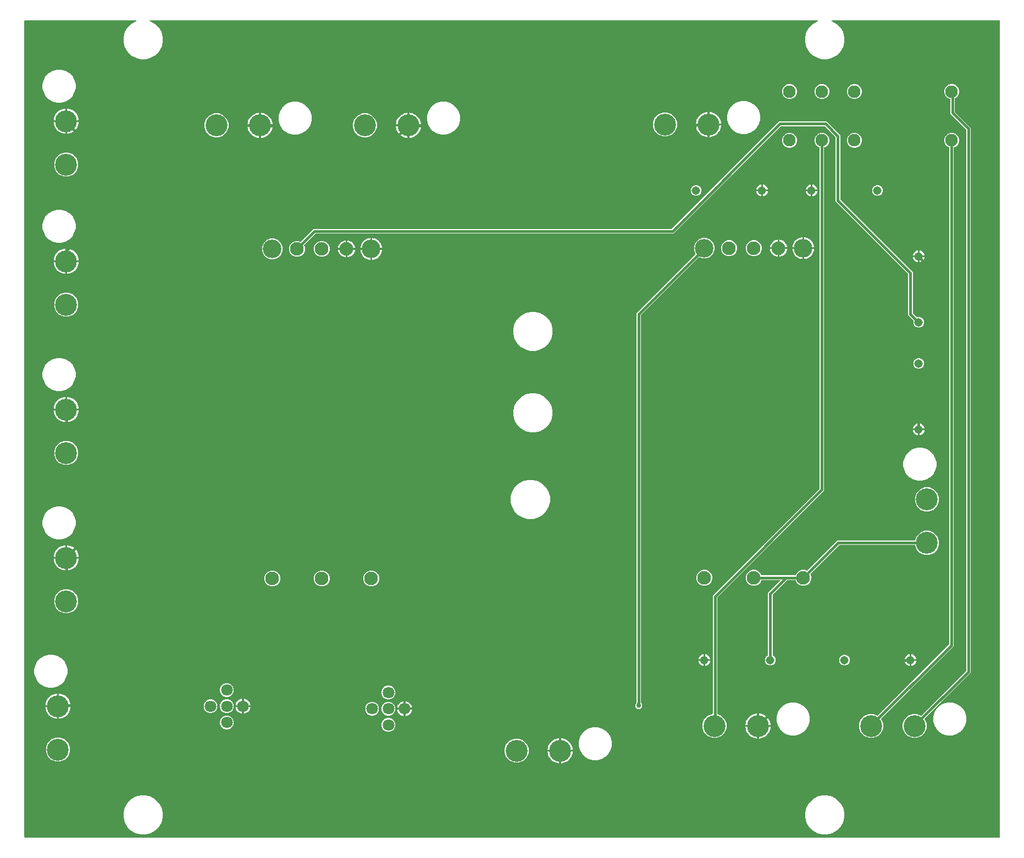
<source format=gbr>
G04 EAGLE Gerber RS-274X export*
G75*
%MOMM*%
%FSLAX34Y34*%
%LPD*%
%INBottom Copper*%
%IPPOS*%
%AMOC8*
5,1,8,0,0,1.08239X$1,22.5*%
G01*
%ADD10C,3.375000*%
%ADD11C,1.950000*%
%ADD12C,2.100000*%
%ADD13C,2.865000*%
%ADD14C,1.308000*%
%ADD15C,1.800000*%
%ADD16C,0.400000*%
%ADD17C,0.756400*%

G36*
X1539098Y680164D02*
X1539098Y680164D01*
X1539117Y680162D01*
X1539219Y680184D01*
X1539321Y680200D01*
X1539338Y680210D01*
X1539358Y680214D01*
X1539447Y680267D01*
X1539538Y680316D01*
X1539552Y680330D01*
X1539569Y680340D01*
X1539636Y680419D01*
X1539708Y680494D01*
X1539716Y680512D01*
X1539729Y680527D01*
X1539768Y680623D01*
X1539811Y680717D01*
X1539813Y680737D01*
X1539821Y680755D01*
X1539839Y680922D01*
X1539839Y1939078D01*
X1539836Y1939098D01*
X1539838Y1939117D01*
X1539816Y1939219D01*
X1539800Y1939321D01*
X1539790Y1939338D01*
X1539786Y1939358D01*
X1539733Y1939447D01*
X1539684Y1939538D01*
X1539670Y1939552D01*
X1539660Y1939569D01*
X1539581Y1939636D01*
X1539506Y1939708D01*
X1539488Y1939716D01*
X1539473Y1939729D01*
X1539377Y1939768D01*
X1539283Y1939811D01*
X1539263Y1939813D01*
X1539245Y1939821D01*
X1539078Y1939839D01*
X1280953Y1939839D01*
X1280929Y1939835D01*
X1280905Y1939838D01*
X1280808Y1939816D01*
X1280710Y1939800D01*
X1280689Y1939788D01*
X1280665Y1939783D01*
X1280580Y1939731D01*
X1280493Y1939684D01*
X1280476Y1939667D01*
X1280455Y1939654D01*
X1280392Y1939578D01*
X1280323Y1939506D01*
X1280313Y1939484D01*
X1280298Y1939466D01*
X1280261Y1939373D01*
X1280220Y1939283D01*
X1280217Y1939259D01*
X1280208Y1939237D01*
X1280203Y1939137D01*
X1280192Y1939039D01*
X1280198Y1939015D01*
X1280196Y1938991D01*
X1280224Y1938896D01*
X1280245Y1938798D01*
X1280257Y1938777D01*
X1280264Y1938754D01*
X1280320Y1938673D01*
X1280371Y1938587D01*
X1280389Y1938571D01*
X1280403Y1938552D01*
X1280482Y1938492D01*
X1280558Y1938427D01*
X1280580Y1938418D01*
X1280599Y1938404D01*
X1280756Y1938343D01*
X1281642Y1938105D01*
X1288519Y1934135D01*
X1294135Y1928519D01*
X1298105Y1921642D01*
X1300161Y1913971D01*
X1300161Y1906029D01*
X1298105Y1898358D01*
X1294135Y1891481D01*
X1288519Y1885865D01*
X1281642Y1881895D01*
X1273971Y1879839D01*
X1266029Y1879839D01*
X1258358Y1881895D01*
X1251481Y1885865D01*
X1245865Y1891481D01*
X1241895Y1898358D01*
X1239839Y1906029D01*
X1239839Y1913971D01*
X1241895Y1921642D01*
X1245865Y1928519D01*
X1251481Y1934135D01*
X1258358Y1938105D01*
X1259244Y1938343D01*
X1259266Y1938353D01*
X1259290Y1938357D01*
X1259378Y1938403D01*
X1259469Y1938444D01*
X1259486Y1938460D01*
X1259507Y1938472D01*
X1259576Y1938543D01*
X1259649Y1938611D01*
X1259660Y1938632D01*
X1259677Y1938650D01*
X1259719Y1938740D01*
X1259766Y1938827D01*
X1259770Y1938851D01*
X1259780Y1938873D01*
X1259791Y1938972D01*
X1259809Y1939070D01*
X1259805Y1939094D01*
X1259808Y1939117D01*
X1259787Y1939214D01*
X1259771Y1939313D01*
X1259760Y1939334D01*
X1259755Y1939358D01*
X1259704Y1939443D01*
X1259659Y1939532D01*
X1259641Y1939548D01*
X1259629Y1939569D01*
X1259554Y1939634D01*
X1259482Y1939703D01*
X1259461Y1939713D01*
X1259442Y1939729D01*
X1259350Y1939766D01*
X1259260Y1939809D01*
X1259236Y1939812D01*
X1259214Y1939821D01*
X1259047Y1939839D01*
X230953Y1939839D01*
X230929Y1939835D01*
X230905Y1939838D01*
X230808Y1939816D01*
X230710Y1939800D01*
X230689Y1939788D01*
X230665Y1939783D01*
X230580Y1939731D01*
X230493Y1939684D01*
X230476Y1939667D01*
X230455Y1939654D01*
X230392Y1939578D01*
X230323Y1939506D01*
X230313Y1939484D01*
X230298Y1939466D01*
X230261Y1939373D01*
X230220Y1939283D01*
X230217Y1939259D01*
X230208Y1939237D01*
X230203Y1939137D01*
X230192Y1939039D01*
X230198Y1939015D01*
X230196Y1938991D01*
X230224Y1938896D01*
X230245Y1938798D01*
X230257Y1938777D01*
X230264Y1938754D01*
X230320Y1938673D01*
X230371Y1938587D01*
X230389Y1938571D01*
X230403Y1938552D01*
X230482Y1938492D01*
X230558Y1938427D01*
X230580Y1938418D01*
X230599Y1938404D01*
X230756Y1938343D01*
X231642Y1938105D01*
X238519Y1934135D01*
X244135Y1928519D01*
X248105Y1921642D01*
X250161Y1913971D01*
X250161Y1906029D01*
X248105Y1898358D01*
X244135Y1891481D01*
X238519Y1885865D01*
X231642Y1881895D01*
X223971Y1879839D01*
X216029Y1879839D01*
X208358Y1881895D01*
X201481Y1885865D01*
X195865Y1891481D01*
X191895Y1898358D01*
X189839Y1906029D01*
X189839Y1913971D01*
X191895Y1921642D01*
X195865Y1928519D01*
X201481Y1934135D01*
X208358Y1938105D01*
X209244Y1938343D01*
X209266Y1938353D01*
X209290Y1938357D01*
X209378Y1938403D01*
X209469Y1938444D01*
X209486Y1938460D01*
X209507Y1938472D01*
X209576Y1938543D01*
X209649Y1938611D01*
X209660Y1938632D01*
X209677Y1938650D01*
X209719Y1938740D01*
X209766Y1938827D01*
X209770Y1938851D01*
X209780Y1938873D01*
X209791Y1938972D01*
X209809Y1939070D01*
X209805Y1939094D01*
X209808Y1939117D01*
X209787Y1939214D01*
X209771Y1939313D01*
X209760Y1939334D01*
X209755Y1939358D01*
X209704Y1939443D01*
X209659Y1939532D01*
X209641Y1939548D01*
X209629Y1939569D01*
X209554Y1939634D01*
X209482Y1939703D01*
X209461Y1939713D01*
X209442Y1939729D01*
X209350Y1939766D01*
X209260Y1939809D01*
X209236Y1939812D01*
X209214Y1939821D01*
X209047Y1939839D01*
X37922Y1939839D01*
X37902Y1939836D01*
X37883Y1939838D01*
X37781Y1939816D01*
X37679Y1939800D01*
X37662Y1939790D01*
X37642Y1939786D01*
X37553Y1939733D01*
X37462Y1939684D01*
X37448Y1939670D01*
X37431Y1939660D01*
X37364Y1939581D01*
X37292Y1939506D01*
X37284Y1939488D01*
X37271Y1939473D01*
X37232Y1939377D01*
X37189Y1939283D01*
X37187Y1939263D01*
X37179Y1939245D01*
X37161Y1939078D01*
X37161Y680922D01*
X37164Y680902D01*
X37162Y680883D01*
X37184Y680781D01*
X37200Y680679D01*
X37210Y680662D01*
X37214Y680642D01*
X37267Y680553D01*
X37316Y680462D01*
X37330Y680448D01*
X37340Y680431D01*
X37419Y680364D01*
X37494Y680292D01*
X37512Y680284D01*
X37527Y680271D01*
X37623Y680232D01*
X37717Y680189D01*
X37737Y680187D01*
X37755Y680179D01*
X37922Y680161D01*
X1539078Y680161D01*
X1539098Y680164D01*
G37*
%LPC*%
G36*
X1413176Y1466405D02*
X1413176Y1466405D01*
X1410212Y1467633D01*
X1407943Y1469902D01*
X1406715Y1472866D01*
X1406715Y1476074D01*
X1406953Y1476648D01*
X1406980Y1476761D01*
X1407008Y1476875D01*
X1407008Y1476881D01*
X1407009Y1476887D01*
X1406998Y1477004D01*
X1406989Y1477120D01*
X1406987Y1477126D01*
X1406986Y1477132D01*
X1406938Y1477240D01*
X1406893Y1477346D01*
X1406888Y1477352D01*
X1406886Y1477357D01*
X1406873Y1477371D01*
X1406788Y1477477D01*
X1400843Y1483422D01*
X1398555Y1485710D01*
X1398555Y1548895D01*
X1398540Y1548985D01*
X1398533Y1549076D01*
X1398521Y1549105D01*
X1398515Y1549137D01*
X1398473Y1549218D01*
X1398437Y1549302D01*
X1398411Y1549334D01*
X1398400Y1549355D01*
X1398377Y1549377D01*
X1398332Y1549433D01*
X1286795Y1660970D01*
X1286795Y1759715D01*
X1286781Y1759805D01*
X1286773Y1759896D01*
X1286761Y1759925D01*
X1286756Y1759957D01*
X1286713Y1760038D01*
X1286677Y1760122D01*
X1286651Y1760154D01*
X1286640Y1760175D01*
X1286617Y1760197D01*
X1286572Y1760253D01*
X1270287Y1776538D01*
X1270213Y1776591D01*
X1270144Y1776651D01*
X1270113Y1776663D01*
X1270087Y1776682D01*
X1270000Y1776709D01*
X1269915Y1776743D01*
X1269874Y1776747D01*
X1269852Y1776754D01*
X1269820Y1776753D01*
X1269749Y1776761D01*
X1202687Y1776761D01*
X1202597Y1776747D01*
X1202506Y1776739D01*
X1202477Y1776727D01*
X1202445Y1776722D01*
X1202364Y1776679D01*
X1202280Y1776643D01*
X1202248Y1776617D01*
X1202227Y1776606D01*
X1202205Y1776583D01*
X1202149Y1776538D01*
X1037018Y1611407D01*
X485899Y1611407D01*
X485809Y1611393D01*
X485718Y1611385D01*
X485689Y1611373D01*
X485657Y1611368D01*
X485576Y1611325D01*
X485492Y1611289D01*
X485460Y1611263D01*
X485439Y1611252D01*
X485417Y1611229D01*
X485361Y1611184D01*
X468074Y1593897D01*
X468007Y1593803D01*
X467936Y1593709D01*
X467934Y1593703D01*
X467931Y1593698D01*
X467897Y1593587D01*
X467860Y1593475D01*
X467860Y1593469D01*
X467858Y1593463D01*
X467861Y1593346D01*
X467862Y1593229D01*
X467865Y1593222D01*
X467865Y1593217D01*
X467871Y1593199D01*
X467909Y1593068D01*
X469225Y1589892D01*
X469225Y1585108D01*
X467394Y1580689D01*
X464011Y1577306D01*
X459592Y1575475D01*
X454808Y1575475D01*
X450389Y1577306D01*
X447006Y1580689D01*
X445175Y1585108D01*
X445175Y1589892D01*
X447006Y1594311D01*
X450389Y1597694D01*
X454808Y1599525D01*
X459592Y1599525D01*
X462049Y1598507D01*
X462163Y1598480D01*
X462277Y1598452D01*
X462283Y1598452D01*
X462289Y1598451D01*
X462405Y1598462D01*
X462522Y1598471D01*
X462527Y1598473D01*
X462534Y1598474D01*
X462641Y1598522D01*
X462748Y1598567D01*
X462754Y1598572D01*
X462759Y1598574D01*
X462772Y1598586D01*
X462879Y1598672D01*
X482664Y1618457D01*
X1033783Y1618457D01*
X1033873Y1618471D01*
X1033964Y1618479D01*
X1033993Y1618491D01*
X1034025Y1618496D01*
X1034106Y1618539D01*
X1034190Y1618575D01*
X1034222Y1618601D01*
X1034243Y1618612D01*
X1034265Y1618635D01*
X1034321Y1618680D01*
X1199452Y1783811D01*
X1272984Y1783811D01*
X1293845Y1762950D01*
X1293845Y1664205D01*
X1293859Y1664115D01*
X1293867Y1664024D01*
X1293879Y1663995D01*
X1293884Y1663963D01*
X1293927Y1663882D01*
X1293963Y1663798D01*
X1293989Y1663766D01*
X1294000Y1663745D01*
X1294023Y1663723D01*
X1294068Y1663667D01*
X1405605Y1552130D01*
X1405605Y1551757D01*
X1405605Y1488945D01*
X1405619Y1488855D01*
X1405627Y1488764D01*
X1405639Y1488735D01*
X1405644Y1488703D01*
X1405687Y1488622D01*
X1405723Y1488538D01*
X1405749Y1488506D01*
X1405760Y1488485D01*
X1405783Y1488463D01*
X1405828Y1488407D01*
X1411773Y1482462D01*
X1411867Y1482394D01*
X1411961Y1482324D01*
X1411967Y1482322D01*
X1411972Y1482319D01*
X1412083Y1482284D01*
X1412195Y1482248D01*
X1412201Y1482248D01*
X1412207Y1482246D01*
X1412324Y1482249D01*
X1412441Y1482250D01*
X1412448Y1482252D01*
X1412453Y1482253D01*
X1412471Y1482259D01*
X1412602Y1482297D01*
X1413176Y1482535D01*
X1416384Y1482535D01*
X1419348Y1481307D01*
X1421617Y1479038D01*
X1422845Y1476074D01*
X1422845Y1472866D01*
X1421617Y1469902D01*
X1419348Y1467633D01*
X1416384Y1466405D01*
X1413176Y1466405D01*
G37*
%LPD*%
%LPC*%
G36*
X1404820Y833770D02*
X1404820Y833770D01*
X1398057Y836571D01*
X1392881Y841747D01*
X1390080Y848510D01*
X1390080Y855830D01*
X1392881Y862593D01*
X1398057Y867769D01*
X1404820Y870570D01*
X1412140Y870570D01*
X1417994Y868145D01*
X1418107Y868118D01*
X1418221Y868090D01*
X1418227Y868090D01*
X1418233Y868089D01*
X1418350Y868100D01*
X1418466Y868109D01*
X1418472Y868111D01*
X1418478Y868112D01*
X1418586Y868160D01*
X1418692Y868205D01*
X1418698Y868210D01*
X1418703Y868212D01*
X1418717Y868225D01*
X1418823Y868310D01*
X1487740Y937227D01*
X1487793Y937301D01*
X1487853Y937370D01*
X1487865Y937401D01*
X1487884Y937427D01*
X1487911Y937514D01*
X1487945Y937599D01*
X1487949Y937640D01*
X1487956Y937662D01*
X1487955Y937694D01*
X1487963Y937765D01*
X1487963Y1770891D01*
X1487949Y1770981D01*
X1487941Y1771072D01*
X1487929Y1771101D01*
X1487924Y1771133D01*
X1487881Y1771214D01*
X1487845Y1771298D01*
X1487819Y1771330D01*
X1487808Y1771351D01*
X1487785Y1771373D01*
X1487740Y1771429D01*
X1463071Y1796098D01*
X1463071Y1818397D01*
X1463052Y1818512D01*
X1463035Y1818628D01*
X1463033Y1818633D01*
X1463032Y1818640D01*
X1462977Y1818742D01*
X1462924Y1818847D01*
X1462919Y1818851D01*
X1462916Y1818857D01*
X1462832Y1818937D01*
X1462748Y1819019D01*
X1462742Y1819023D01*
X1462738Y1819026D01*
X1462721Y1819034D01*
X1462601Y1819100D01*
X1459193Y1820512D01*
X1456022Y1823683D01*
X1454305Y1827827D01*
X1454305Y1832313D01*
X1456022Y1836457D01*
X1459193Y1839628D01*
X1463337Y1841345D01*
X1467823Y1841345D01*
X1471967Y1839628D01*
X1475138Y1836457D01*
X1476855Y1832313D01*
X1476855Y1827827D01*
X1475138Y1823683D01*
X1471967Y1820512D01*
X1470591Y1819942D01*
X1470491Y1819880D01*
X1470391Y1819820D01*
X1470387Y1819816D01*
X1470382Y1819812D01*
X1470307Y1819722D01*
X1470231Y1819633D01*
X1470229Y1819628D01*
X1470225Y1819623D01*
X1470183Y1819514D01*
X1470139Y1819405D01*
X1470138Y1819398D01*
X1470137Y1819393D01*
X1470136Y1819375D01*
X1470121Y1819239D01*
X1470121Y1799333D01*
X1470135Y1799243D01*
X1470143Y1799152D01*
X1470155Y1799123D01*
X1470160Y1799091D01*
X1470203Y1799010D01*
X1470239Y1798926D01*
X1470265Y1798894D01*
X1470276Y1798873D01*
X1470299Y1798851D01*
X1470344Y1798795D01*
X1495013Y1774126D01*
X1495013Y934530D01*
X1424115Y863632D01*
X1424104Y863616D01*
X1424088Y863604D01*
X1424032Y863516D01*
X1423972Y863433D01*
X1423966Y863414D01*
X1423955Y863397D01*
X1423930Y863296D01*
X1423899Y863198D01*
X1423900Y863178D01*
X1423895Y863158D01*
X1423903Y863055D01*
X1423906Y862952D01*
X1423913Y862933D01*
X1423914Y862913D01*
X1423955Y862818D01*
X1423990Y862721D01*
X1424003Y862705D01*
X1424010Y862687D01*
X1424071Y862612D01*
X1426880Y855830D01*
X1426880Y848510D01*
X1424079Y841747D01*
X1418903Y836571D01*
X1412140Y833770D01*
X1404820Y833770D01*
G37*
%LPD*%
%LPC*%
G36*
X1096520Y833770D02*
X1096520Y833770D01*
X1089757Y836571D01*
X1084581Y841747D01*
X1081780Y848510D01*
X1081780Y855830D01*
X1084581Y862593D01*
X1089757Y867769D01*
X1096520Y870570D01*
X1096550Y870570D01*
X1096570Y870573D01*
X1096589Y870571D01*
X1096691Y870593D01*
X1096793Y870609D01*
X1096810Y870619D01*
X1096830Y870623D01*
X1096919Y870676D01*
X1097010Y870725D01*
X1097024Y870739D01*
X1097041Y870749D01*
X1097108Y870828D01*
X1097180Y870903D01*
X1097188Y870921D01*
X1097201Y870936D01*
X1097240Y871032D01*
X1097283Y871126D01*
X1097285Y871146D01*
X1097293Y871164D01*
X1097311Y871331D01*
X1097311Y1053274D01*
X1261680Y1217643D01*
X1261733Y1217717D01*
X1261793Y1217786D01*
X1261805Y1217817D01*
X1261824Y1217843D01*
X1261851Y1217930D01*
X1261885Y1218015D01*
X1261889Y1218056D01*
X1261896Y1218078D01*
X1261895Y1218110D01*
X1261903Y1218181D01*
X1261903Y1743881D01*
X1261884Y1743995D01*
X1261867Y1744112D01*
X1261865Y1744117D01*
X1261864Y1744123D01*
X1261809Y1744226D01*
X1261756Y1744331D01*
X1261751Y1744335D01*
X1261748Y1744341D01*
X1261664Y1744421D01*
X1261580Y1744503D01*
X1261574Y1744507D01*
X1261570Y1744510D01*
X1261553Y1744518D01*
X1261433Y1744584D01*
X1259193Y1745512D01*
X1256022Y1748683D01*
X1254305Y1752827D01*
X1254305Y1757313D01*
X1256022Y1761457D01*
X1259193Y1764628D01*
X1263337Y1766345D01*
X1267823Y1766345D01*
X1271967Y1764628D01*
X1275138Y1761457D01*
X1276855Y1757313D01*
X1276855Y1752827D01*
X1275138Y1748683D01*
X1271967Y1745512D01*
X1269423Y1744458D01*
X1269323Y1744396D01*
X1269223Y1744336D01*
X1269219Y1744332D01*
X1269214Y1744328D01*
X1269139Y1744238D01*
X1269063Y1744150D01*
X1269061Y1744144D01*
X1269057Y1744139D01*
X1269015Y1744031D01*
X1268971Y1743921D01*
X1268970Y1743914D01*
X1268969Y1743909D01*
X1268968Y1743891D01*
X1268953Y1743755D01*
X1268953Y1214946D01*
X1104584Y1050577D01*
X1104531Y1050503D01*
X1104471Y1050434D01*
X1104459Y1050403D01*
X1104440Y1050377D01*
X1104413Y1050290D01*
X1104379Y1050205D01*
X1104375Y1050164D01*
X1104368Y1050142D01*
X1104369Y1050110D01*
X1104361Y1050039D01*
X1104361Y870863D01*
X1104380Y870748D01*
X1104397Y870632D01*
X1104399Y870626D01*
X1104400Y870620D01*
X1104455Y870517D01*
X1104508Y870412D01*
X1104513Y870408D01*
X1104516Y870403D01*
X1104600Y870323D01*
X1104684Y870240D01*
X1104690Y870237D01*
X1104694Y870233D01*
X1104711Y870225D01*
X1104831Y870159D01*
X1110603Y867769D01*
X1115779Y862593D01*
X1118580Y855830D01*
X1118580Y848510D01*
X1115779Y841747D01*
X1110603Y836571D01*
X1103840Y833770D01*
X1096520Y833770D01*
G37*
%LPD*%
%LPC*%
G36*
X1337820Y833770D02*
X1337820Y833770D01*
X1331057Y836571D01*
X1325881Y841747D01*
X1323080Y848510D01*
X1323080Y855830D01*
X1325881Y862593D01*
X1331057Y867769D01*
X1337820Y870570D01*
X1345140Y870570D01*
X1350954Y868161D01*
X1351068Y868135D01*
X1351181Y868106D01*
X1351187Y868107D01*
X1351194Y868105D01*
X1351310Y868116D01*
X1351426Y868125D01*
X1351432Y868128D01*
X1351438Y868128D01*
X1351546Y868176D01*
X1351653Y868222D01*
X1351659Y868226D01*
X1351663Y868228D01*
X1351677Y868241D01*
X1351784Y868326D01*
X1461324Y977867D01*
X1461377Y977941D01*
X1461437Y978010D01*
X1461449Y978041D01*
X1461468Y978067D01*
X1461495Y978154D01*
X1461529Y978239D01*
X1461533Y978280D01*
X1461540Y978302D01*
X1461539Y978334D01*
X1461547Y978405D01*
X1461547Y1744028D01*
X1461528Y1744143D01*
X1461511Y1744259D01*
X1461509Y1744265D01*
X1461508Y1744271D01*
X1461453Y1744373D01*
X1461400Y1744478D01*
X1461395Y1744483D01*
X1461392Y1744488D01*
X1461308Y1744568D01*
X1461224Y1744651D01*
X1461218Y1744654D01*
X1461214Y1744658D01*
X1461197Y1744665D01*
X1461077Y1744731D01*
X1459193Y1745512D01*
X1456022Y1748683D01*
X1454305Y1752827D01*
X1454305Y1757313D01*
X1456022Y1761457D01*
X1459193Y1764628D01*
X1463337Y1766345D01*
X1467823Y1766345D01*
X1471967Y1764628D01*
X1475138Y1761457D01*
X1476855Y1757313D01*
X1476855Y1752827D01*
X1475138Y1748683D01*
X1471967Y1745512D01*
X1469067Y1744311D01*
X1468967Y1744249D01*
X1468867Y1744189D01*
X1468863Y1744184D01*
X1468858Y1744181D01*
X1468783Y1744091D01*
X1468707Y1744002D01*
X1468705Y1743996D01*
X1468701Y1743991D01*
X1468659Y1743883D01*
X1468615Y1743774D01*
X1468614Y1743766D01*
X1468613Y1743762D01*
X1468612Y1743744D01*
X1468597Y1743607D01*
X1468597Y975170D01*
X1357087Y863660D01*
X1357076Y863644D01*
X1357060Y863632D01*
X1357004Y863545D01*
X1356944Y863461D01*
X1356938Y863442D01*
X1356927Y863425D01*
X1356902Y863325D01*
X1356871Y863226D01*
X1356872Y863206D01*
X1356867Y863186D01*
X1356875Y863083D01*
X1356878Y862980D01*
X1356885Y862961D01*
X1356886Y862941D01*
X1356927Y862846D01*
X1356962Y862749D01*
X1356975Y862733D01*
X1356982Y862715D01*
X1357077Y862597D01*
X1359880Y855830D01*
X1359880Y848510D01*
X1357079Y841747D01*
X1351903Y836571D01*
X1345140Y833770D01*
X1337820Y833770D01*
G37*
%LPD*%
%LPC*%
G36*
X981290Y878359D02*
X981290Y878359D01*
X978181Y881468D01*
X978181Y885864D01*
X979740Y887423D01*
X979793Y887497D01*
X979853Y887567D01*
X979865Y887597D01*
X979884Y887623D01*
X979911Y887710D01*
X979945Y887795D01*
X979949Y887836D01*
X979956Y887858D01*
X979955Y887890D01*
X979963Y887961D01*
X979963Y1488630D01*
X982251Y1490918D01*
X1070778Y1579445D01*
X1070824Y1579509D01*
X1070844Y1579530D01*
X1070853Y1579549D01*
X1070916Y1579634D01*
X1070918Y1579640D01*
X1070922Y1579645D01*
X1070956Y1579756D01*
X1070992Y1579868D01*
X1070992Y1579874D01*
X1070994Y1579880D01*
X1070991Y1579997D01*
X1070990Y1580114D01*
X1070988Y1580121D01*
X1070988Y1580126D01*
X1070981Y1580143D01*
X1070943Y1580275D01*
X1068730Y1585617D01*
X1068730Y1591923D01*
X1071143Y1597748D01*
X1075602Y1602207D01*
X1081427Y1604620D01*
X1087733Y1604620D01*
X1093558Y1602207D01*
X1098017Y1597748D01*
X1100430Y1591923D01*
X1100430Y1585617D01*
X1098017Y1579792D01*
X1093558Y1575333D01*
X1087733Y1572920D01*
X1081427Y1572920D01*
X1076803Y1574836D01*
X1076689Y1574862D01*
X1076576Y1574891D01*
X1076570Y1574890D01*
X1076564Y1574892D01*
X1076447Y1574881D01*
X1076331Y1574872D01*
X1076325Y1574869D01*
X1076319Y1574869D01*
X1076211Y1574821D01*
X1076104Y1574776D01*
X1076099Y1574771D01*
X1076094Y1574769D01*
X1076080Y1574756D01*
X1075973Y1574671D01*
X987236Y1485933D01*
X987183Y1485859D01*
X987123Y1485790D01*
X987111Y1485759D01*
X987092Y1485733D01*
X987065Y1485646D01*
X987031Y1485561D01*
X987027Y1485520D01*
X987020Y1485498D01*
X987021Y1485466D01*
X987013Y1485395D01*
X987013Y887961D01*
X987015Y887950D01*
X987014Y887943D01*
X987022Y887904D01*
X987027Y887871D01*
X987035Y887780D01*
X987047Y887751D01*
X987052Y887719D01*
X987095Y887638D01*
X987131Y887554D01*
X987157Y887522D01*
X987168Y887501D01*
X987191Y887479D01*
X987236Y887423D01*
X988795Y885864D01*
X988795Y881468D01*
X985686Y878359D01*
X981290Y878359D01*
G37*
%LPD*%
%LPC*%
G36*
X1184576Y945705D02*
X1184576Y945705D01*
X1181612Y946933D01*
X1179343Y949202D01*
X1178115Y952166D01*
X1178115Y955374D01*
X1179343Y958338D01*
X1181612Y960607D01*
X1182185Y960845D01*
X1182285Y960906D01*
X1182385Y960966D01*
X1182389Y960971D01*
X1182394Y960974D01*
X1182469Y961064D01*
X1182545Y961153D01*
X1182547Y961159D01*
X1182551Y961164D01*
X1182593Y961272D01*
X1182637Y961381D01*
X1182638Y961389D01*
X1182639Y961393D01*
X1182640Y961412D01*
X1182655Y961548D01*
X1182655Y1057338D01*
X1201263Y1075946D01*
X1201305Y1076004D01*
X1201354Y1076056D01*
X1201376Y1076103D01*
X1201407Y1076145D01*
X1201428Y1076214D01*
X1201458Y1076279D01*
X1201464Y1076331D01*
X1201479Y1076381D01*
X1201477Y1076452D01*
X1201485Y1076523D01*
X1201474Y1076574D01*
X1201473Y1076626D01*
X1201448Y1076694D01*
X1201433Y1076764D01*
X1201406Y1076809D01*
X1201388Y1076857D01*
X1201343Y1076913D01*
X1201307Y1076975D01*
X1201267Y1077009D01*
X1201234Y1077049D01*
X1201174Y1077088D01*
X1201120Y1077135D01*
X1201071Y1077154D01*
X1201027Y1077182D01*
X1200958Y1077200D01*
X1200891Y1077227D01*
X1200820Y1077235D01*
X1200789Y1077243D01*
X1200766Y1077241D01*
X1200725Y1077245D01*
X1172844Y1077245D01*
X1172729Y1077226D01*
X1172613Y1077209D01*
X1172608Y1077207D01*
X1172601Y1077206D01*
X1172499Y1077151D01*
X1172394Y1077098D01*
X1172389Y1077093D01*
X1172384Y1077090D01*
X1172304Y1077006D01*
X1172222Y1076922D01*
X1172218Y1076916D01*
X1172215Y1076912D01*
X1172207Y1076895D01*
X1172141Y1076775D01*
X1170974Y1073959D01*
X1167591Y1070576D01*
X1163172Y1068745D01*
X1158388Y1068745D01*
X1153969Y1070576D01*
X1150586Y1073959D01*
X1148755Y1078378D01*
X1148755Y1083162D01*
X1150586Y1087581D01*
X1153969Y1090964D01*
X1158388Y1092795D01*
X1163172Y1092795D01*
X1167591Y1090964D01*
X1170974Y1087581D01*
X1172141Y1084765D01*
X1172202Y1084665D01*
X1172262Y1084565D01*
X1172267Y1084561D01*
X1172270Y1084556D01*
X1172360Y1084481D01*
X1172449Y1084405D01*
X1172455Y1084403D01*
X1172460Y1084399D01*
X1172568Y1084357D01*
X1172677Y1084313D01*
X1172685Y1084312D01*
X1172690Y1084311D01*
X1172708Y1084310D01*
X1172844Y1084295D01*
X1224916Y1084295D01*
X1225031Y1084314D01*
X1225147Y1084331D01*
X1225152Y1084333D01*
X1225159Y1084334D01*
X1225261Y1084389D01*
X1225366Y1084442D01*
X1225371Y1084447D01*
X1225376Y1084450D01*
X1225456Y1084534D01*
X1225538Y1084618D01*
X1225542Y1084624D01*
X1225545Y1084628D01*
X1225553Y1084645D01*
X1225619Y1084765D01*
X1226786Y1087581D01*
X1230169Y1090964D01*
X1234588Y1092795D01*
X1239372Y1092795D01*
X1242189Y1091628D01*
X1242302Y1091601D01*
X1242416Y1091573D01*
X1242422Y1091573D01*
X1242428Y1091572D01*
X1242545Y1091583D01*
X1242661Y1091592D01*
X1242667Y1091594D01*
X1242673Y1091595D01*
X1242781Y1091643D01*
X1242887Y1091688D01*
X1242893Y1091693D01*
X1242898Y1091695D01*
X1242912Y1091708D01*
X1243018Y1091793D01*
X1286932Y1135707D01*
X1289220Y1137995D01*
X1408516Y1137995D01*
X1408630Y1138014D01*
X1408747Y1138031D01*
X1408752Y1138033D01*
X1408758Y1138034D01*
X1408861Y1138089D01*
X1408966Y1138142D01*
X1408970Y1138147D01*
X1408976Y1138150D01*
X1409056Y1138234D01*
X1409138Y1138318D01*
X1409142Y1138324D01*
X1409145Y1138328D01*
X1409153Y1138345D01*
X1409219Y1138465D01*
X1411881Y1144893D01*
X1417057Y1150069D01*
X1423820Y1152870D01*
X1431140Y1152870D01*
X1437903Y1150069D01*
X1443079Y1144893D01*
X1445880Y1138130D01*
X1445880Y1130810D01*
X1443079Y1124047D01*
X1437903Y1118871D01*
X1431140Y1116070D01*
X1423820Y1116070D01*
X1417057Y1118871D01*
X1411881Y1124047D01*
X1409219Y1130475D01*
X1409157Y1130575D01*
X1409097Y1130675D01*
X1409093Y1130679D01*
X1409089Y1130684D01*
X1408999Y1130759D01*
X1408911Y1130835D01*
X1408905Y1130837D01*
X1408900Y1130841D01*
X1408791Y1130883D01*
X1408682Y1130927D01*
X1408675Y1130928D01*
X1408670Y1130929D01*
X1408652Y1130930D01*
X1408516Y1130945D01*
X1292455Y1130945D01*
X1292365Y1130931D01*
X1292274Y1130923D01*
X1292245Y1130911D01*
X1292213Y1130906D01*
X1292132Y1130863D01*
X1292048Y1130827D01*
X1292016Y1130801D01*
X1291995Y1130790D01*
X1291973Y1130767D01*
X1291917Y1130722D01*
X1248003Y1086808D01*
X1247935Y1086714D01*
X1247865Y1086620D01*
X1247863Y1086614D01*
X1247859Y1086609D01*
X1247825Y1086498D01*
X1247789Y1086386D01*
X1247789Y1086379D01*
X1247787Y1086373D01*
X1247790Y1086257D01*
X1247791Y1086140D01*
X1247793Y1086133D01*
X1247793Y1086128D01*
X1247800Y1086110D01*
X1247838Y1085979D01*
X1249005Y1083162D01*
X1249005Y1078378D01*
X1247174Y1073959D01*
X1243791Y1070576D01*
X1239372Y1068745D01*
X1234588Y1068745D01*
X1230169Y1070576D01*
X1226786Y1073959D01*
X1225830Y1076267D01*
X1225768Y1076367D01*
X1225708Y1076467D01*
X1225703Y1076471D01*
X1225700Y1076476D01*
X1225610Y1076551D01*
X1225521Y1076627D01*
X1225515Y1076629D01*
X1225510Y1076633D01*
X1225402Y1076675D01*
X1225293Y1076719D01*
X1225285Y1076720D01*
X1225281Y1076721D01*
X1225263Y1076722D01*
X1225126Y1076737D01*
X1212339Y1076737D01*
X1212249Y1076723D01*
X1212158Y1076715D01*
X1212129Y1076703D01*
X1212097Y1076698D01*
X1212016Y1076655D01*
X1211932Y1076619D01*
X1211900Y1076593D01*
X1211879Y1076582D01*
X1211857Y1076559D01*
X1211801Y1076514D01*
X1189928Y1054641D01*
X1189875Y1054567D01*
X1189815Y1054498D01*
X1189803Y1054467D01*
X1189784Y1054441D01*
X1189757Y1054354D01*
X1189723Y1054269D01*
X1189719Y1054228D01*
X1189712Y1054206D01*
X1189713Y1054174D01*
X1189705Y1054103D01*
X1189705Y961548D01*
X1189723Y961433D01*
X1189741Y961317D01*
X1189743Y961311D01*
X1189744Y961305D01*
X1189799Y961202D01*
X1189852Y961098D01*
X1189857Y961093D01*
X1189860Y961088D01*
X1189945Y961007D01*
X1190028Y960925D01*
X1190034Y960922D01*
X1190038Y960918D01*
X1190055Y960910D01*
X1190175Y960845D01*
X1190748Y960607D01*
X1193017Y958338D01*
X1194245Y955374D01*
X1194245Y952166D01*
X1193017Y949202D01*
X1190748Y946933D01*
X1187784Y945705D01*
X1184576Y945705D01*
G37*
%LPD*%
%LPC*%
G36*
X216029Y684839D02*
X216029Y684839D01*
X208358Y686895D01*
X201481Y690865D01*
X195865Y696481D01*
X191895Y703358D01*
X189839Y711029D01*
X189839Y718971D01*
X191895Y726642D01*
X195865Y733519D01*
X201481Y739135D01*
X208358Y743105D01*
X216029Y745161D01*
X223971Y745161D01*
X231642Y743105D01*
X238519Y739135D01*
X244135Y733519D01*
X248105Y726642D01*
X250161Y718971D01*
X250161Y711029D01*
X248105Y703358D01*
X244135Y696481D01*
X238519Y690865D01*
X231642Y686895D01*
X223971Y684839D01*
X216029Y684839D01*
G37*
%LPD*%
%LPC*%
G36*
X1266029Y684839D02*
X1266029Y684839D01*
X1258358Y686895D01*
X1251481Y690865D01*
X1245865Y696481D01*
X1241895Y703358D01*
X1239839Y711029D01*
X1239839Y718971D01*
X1241895Y726642D01*
X1245865Y733519D01*
X1251481Y739135D01*
X1258358Y743105D01*
X1266029Y745161D01*
X1273971Y745161D01*
X1281642Y743105D01*
X1288519Y739135D01*
X1294135Y733519D01*
X1298105Y726642D01*
X1300161Y718971D01*
X1300161Y711029D01*
X1298105Y703358D01*
X1294135Y696481D01*
X1288519Y690865D01*
X1281642Y686895D01*
X1273971Y684839D01*
X1266029Y684839D01*
G37*
%LPD*%
%LPC*%
G36*
X812639Y1171249D02*
X812639Y1171249D01*
X804968Y1173305D01*
X798091Y1177275D01*
X792475Y1182891D01*
X788505Y1189768D01*
X786449Y1197439D01*
X786449Y1205381D01*
X788505Y1213052D01*
X792475Y1219929D01*
X798091Y1225545D01*
X804968Y1229515D01*
X812639Y1231571D01*
X820581Y1231571D01*
X828252Y1229515D01*
X835129Y1225545D01*
X840745Y1219929D01*
X844715Y1213052D01*
X846771Y1205381D01*
X846771Y1197439D01*
X844715Y1189768D01*
X840745Y1182891D01*
X835129Y1177275D01*
X828252Y1173305D01*
X820581Y1171249D01*
X812639Y1171249D01*
G37*
%LPD*%
%LPC*%
G36*
X816449Y1304599D02*
X816449Y1304599D01*
X808778Y1306655D01*
X801901Y1310625D01*
X796285Y1316241D01*
X792315Y1323118D01*
X790259Y1330789D01*
X790259Y1338731D01*
X792315Y1346402D01*
X796285Y1353279D01*
X801901Y1358895D01*
X808778Y1362865D01*
X816449Y1364921D01*
X824391Y1364921D01*
X832062Y1362865D01*
X838939Y1358895D01*
X844555Y1353279D01*
X848525Y1346402D01*
X850581Y1338731D01*
X850581Y1330789D01*
X848525Y1323118D01*
X844555Y1316241D01*
X838939Y1310625D01*
X832062Y1306655D01*
X824391Y1304599D01*
X816449Y1304599D01*
G37*
%LPD*%
%LPC*%
G36*
X816449Y1430329D02*
X816449Y1430329D01*
X808778Y1432385D01*
X801901Y1436355D01*
X796285Y1441971D01*
X792315Y1448848D01*
X790259Y1456519D01*
X790259Y1464461D01*
X792315Y1472132D01*
X796285Y1479009D01*
X801901Y1484625D01*
X808778Y1488595D01*
X816449Y1490651D01*
X824391Y1490651D01*
X832062Y1488595D01*
X838939Y1484625D01*
X844555Y1479009D01*
X848525Y1472132D01*
X850581Y1464461D01*
X850581Y1456519D01*
X848525Y1448848D01*
X844555Y1441971D01*
X838939Y1436355D01*
X832062Y1432385D01*
X824391Y1430329D01*
X816449Y1430329D01*
G37*
%LPD*%
%LPC*%
G36*
X87255Y1368489D02*
X87255Y1368489D01*
X80792Y1370221D01*
X74997Y1373566D01*
X70266Y1378297D01*
X66921Y1384092D01*
X65189Y1390555D01*
X65189Y1397245D01*
X66921Y1403708D01*
X70266Y1409503D01*
X74997Y1414234D01*
X80792Y1417579D01*
X87255Y1419311D01*
X93945Y1419311D01*
X100408Y1417579D01*
X106203Y1414234D01*
X110934Y1409503D01*
X114279Y1403708D01*
X116011Y1397245D01*
X116011Y1390555D01*
X114279Y1384092D01*
X110934Y1378297D01*
X106203Y1373566D01*
X100408Y1370221D01*
X93945Y1368489D01*
X87255Y1368489D01*
G37*
%LPD*%
%LPC*%
G36*
X1217835Y837759D02*
X1217835Y837759D01*
X1211372Y839491D01*
X1205577Y842836D01*
X1200846Y847567D01*
X1197501Y853362D01*
X1195769Y859825D01*
X1195769Y866515D01*
X1197501Y872978D01*
X1200846Y878773D01*
X1205577Y883504D01*
X1211372Y886849D01*
X1217835Y888581D01*
X1224525Y888581D01*
X1230988Y886849D01*
X1236783Y883504D01*
X1241514Y878773D01*
X1244859Y872978D01*
X1246591Y866515D01*
X1246591Y859825D01*
X1244859Y853362D01*
X1241514Y847567D01*
X1236783Y842836D01*
X1230988Y839491D01*
X1224525Y837759D01*
X1217835Y837759D01*
G37*
%LPD*%
%LPC*%
G36*
X450755Y1763589D02*
X450755Y1763589D01*
X444292Y1765321D01*
X438497Y1768666D01*
X433766Y1773397D01*
X430421Y1779192D01*
X428689Y1785655D01*
X428689Y1792345D01*
X430421Y1798808D01*
X433766Y1804603D01*
X438497Y1809334D01*
X444292Y1812679D01*
X450755Y1814411D01*
X457445Y1814411D01*
X463908Y1812679D01*
X469703Y1809334D01*
X474434Y1804603D01*
X477779Y1798808D01*
X479511Y1792345D01*
X479511Y1785655D01*
X477779Y1779192D01*
X474434Y1773397D01*
X469703Y1768666D01*
X463908Y1765321D01*
X457445Y1763589D01*
X450755Y1763589D01*
G37*
%LPD*%
%LPC*%
G36*
X74555Y911289D02*
X74555Y911289D01*
X68092Y913021D01*
X62297Y916366D01*
X57566Y921097D01*
X54221Y926892D01*
X52489Y933355D01*
X52489Y940045D01*
X54221Y946508D01*
X57566Y952303D01*
X62297Y957034D01*
X68092Y960379D01*
X74555Y962111D01*
X81245Y962111D01*
X87708Y960379D01*
X93503Y957034D01*
X98234Y952303D01*
X101579Y946508D01*
X103311Y940045D01*
X103311Y933355D01*
X101579Y926892D01*
X98234Y921097D01*
X93503Y916366D01*
X87708Y913021D01*
X81245Y911289D01*
X74555Y911289D01*
G37*
%LPD*%
%LPC*%
G36*
X87255Y1812989D02*
X87255Y1812989D01*
X80792Y1814721D01*
X74997Y1818066D01*
X70266Y1822797D01*
X66921Y1828592D01*
X65189Y1835055D01*
X65189Y1841745D01*
X66921Y1848208D01*
X70266Y1854003D01*
X74997Y1858734D01*
X80792Y1862079D01*
X87255Y1863811D01*
X93945Y1863811D01*
X100408Y1862079D01*
X106203Y1858734D01*
X110934Y1854003D01*
X114279Y1848208D01*
X116011Y1841745D01*
X116011Y1835055D01*
X114279Y1828592D01*
X110934Y1822797D01*
X106203Y1818066D01*
X100408Y1814721D01*
X93945Y1812989D01*
X87255Y1812989D01*
G37*
%LPD*%
%LPC*%
G36*
X913035Y799659D02*
X913035Y799659D01*
X906572Y801391D01*
X900777Y804736D01*
X896046Y809467D01*
X892701Y815262D01*
X890969Y821725D01*
X890969Y828415D01*
X892701Y834878D01*
X896046Y840673D01*
X900777Y845404D01*
X906572Y848749D01*
X913035Y850481D01*
X919725Y850481D01*
X926188Y848749D01*
X931983Y845404D01*
X936714Y840673D01*
X940059Y834878D01*
X941791Y828415D01*
X941791Y821725D01*
X940059Y815262D01*
X936714Y809467D01*
X931983Y804736D01*
X926188Y801391D01*
X919725Y799659D01*
X913035Y799659D01*
G37*
%LPD*%
%LPC*%
G36*
X87255Y1139889D02*
X87255Y1139889D01*
X80792Y1141621D01*
X74997Y1144966D01*
X70266Y1149697D01*
X66921Y1155492D01*
X65189Y1161955D01*
X65189Y1168645D01*
X66921Y1175108D01*
X70266Y1180903D01*
X74997Y1185634D01*
X80792Y1188979D01*
X87255Y1190711D01*
X93945Y1190711D01*
X100408Y1188979D01*
X106203Y1185634D01*
X110934Y1180903D01*
X114279Y1175108D01*
X116011Y1168645D01*
X116011Y1161955D01*
X114279Y1155492D01*
X110934Y1149697D01*
X106203Y1144966D01*
X100408Y1141621D01*
X93945Y1139889D01*
X87255Y1139889D01*
G37*
%LPD*%
%LPC*%
G36*
X1413135Y1230059D02*
X1413135Y1230059D01*
X1406672Y1231791D01*
X1400877Y1235136D01*
X1396146Y1239867D01*
X1392801Y1245662D01*
X1391069Y1252125D01*
X1391069Y1258815D01*
X1392801Y1265278D01*
X1396146Y1271073D01*
X1400877Y1275804D01*
X1406672Y1279149D01*
X1413135Y1280881D01*
X1419825Y1280881D01*
X1426288Y1279149D01*
X1432083Y1275804D01*
X1436814Y1271073D01*
X1440159Y1265278D01*
X1441891Y1258815D01*
X1441891Y1252125D01*
X1440159Y1245662D01*
X1436814Y1239867D01*
X1432083Y1235136D01*
X1426288Y1231791D01*
X1419825Y1230059D01*
X1413135Y1230059D01*
G37*
%LPD*%
%LPC*%
G36*
X87255Y1597089D02*
X87255Y1597089D01*
X80792Y1598821D01*
X74997Y1602166D01*
X70266Y1606897D01*
X66921Y1612692D01*
X65189Y1619155D01*
X65189Y1625845D01*
X66921Y1632308D01*
X70266Y1638103D01*
X74997Y1642834D01*
X80792Y1646179D01*
X87255Y1647911D01*
X93945Y1647911D01*
X100408Y1646179D01*
X106203Y1642834D01*
X110934Y1638103D01*
X114279Y1632308D01*
X116011Y1625845D01*
X116011Y1619155D01*
X114279Y1612692D01*
X110934Y1606897D01*
X106203Y1602166D01*
X100408Y1598821D01*
X93945Y1597089D01*
X87255Y1597089D01*
G37*
%LPD*%
%LPC*%
G36*
X1141635Y1764859D02*
X1141635Y1764859D01*
X1135172Y1766591D01*
X1129377Y1769936D01*
X1124646Y1774667D01*
X1121301Y1780462D01*
X1119569Y1786925D01*
X1119569Y1793615D01*
X1121301Y1800078D01*
X1124646Y1805873D01*
X1129377Y1810604D01*
X1135172Y1813949D01*
X1141635Y1815681D01*
X1148325Y1815681D01*
X1154788Y1813949D01*
X1160583Y1810604D01*
X1165314Y1805873D01*
X1168659Y1800078D01*
X1170391Y1793615D01*
X1170391Y1786925D01*
X1168659Y1780462D01*
X1165314Y1774667D01*
X1160583Y1769936D01*
X1154788Y1766591D01*
X1148325Y1764859D01*
X1141635Y1764859D01*
G37*
%LPD*%
%LPC*%
G36*
X679355Y1763589D02*
X679355Y1763589D01*
X672892Y1765321D01*
X667097Y1768666D01*
X662366Y1773397D01*
X659021Y1779192D01*
X657289Y1785655D01*
X657289Y1792345D01*
X659021Y1798808D01*
X662366Y1804603D01*
X667097Y1809334D01*
X672892Y1812679D01*
X679355Y1814411D01*
X686045Y1814411D01*
X692508Y1812679D01*
X698303Y1809334D01*
X703034Y1804603D01*
X706379Y1798808D01*
X708111Y1792345D01*
X708111Y1785655D01*
X706379Y1779192D01*
X703034Y1773397D01*
X698303Y1768666D01*
X692508Y1765321D01*
X686045Y1763589D01*
X679355Y1763589D01*
G37*
%LPD*%
%LPC*%
G36*
X1459135Y837759D02*
X1459135Y837759D01*
X1452672Y839491D01*
X1446877Y842836D01*
X1442146Y847567D01*
X1438801Y853362D01*
X1437069Y859825D01*
X1437069Y866515D01*
X1438801Y872978D01*
X1442146Y878773D01*
X1446877Y883504D01*
X1452672Y886849D01*
X1459135Y888581D01*
X1465825Y888581D01*
X1472288Y886849D01*
X1478083Y883504D01*
X1482814Y878773D01*
X1486159Y872978D01*
X1487891Y866515D01*
X1487891Y859825D01*
X1486159Y853362D01*
X1482814Y847567D01*
X1478083Y842836D01*
X1472288Y839491D01*
X1465825Y837759D01*
X1459135Y837759D01*
G37*
%LPD*%
%LPC*%
G36*
X1020320Y1760870D02*
X1020320Y1760870D01*
X1013557Y1763671D01*
X1008381Y1768847D01*
X1005580Y1775610D01*
X1005580Y1782930D01*
X1008381Y1789693D01*
X1013557Y1794869D01*
X1020320Y1797670D01*
X1027640Y1797670D01*
X1034403Y1794869D01*
X1039579Y1789693D01*
X1042380Y1782930D01*
X1042380Y1775610D01*
X1039579Y1768847D01*
X1034403Y1763671D01*
X1027640Y1760870D01*
X1020320Y1760870D01*
G37*
%LPD*%
%LPC*%
G36*
X97940Y1483100D02*
X97940Y1483100D01*
X91177Y1485901D01*
X86001Y1491077D01*
X83200Y1497840D01*
X83200Y1505160D01*
X86001Y1511923D01*
X91177Y1517099D01*
X97940Y1519900D01*
X105260Y1519900D01*
X112023Y1517099D01*
X117199Y1511923D01*
X120000Y1505160D01*
X120000Y1497840D01*
X117199Y1491077D01*
X112023Y1485901D01*
X105260Y1483100D01*
X97940Y1483100D01*
G37*
%LPD*%
%LPC*%
G36*
X97940Y1254500D02*
X97940Y1254500D01*
X91177Y1257301D01*
X86001Y1262477D01*
X83200Y1269240D01*
X83200Y1276560D01*
X86001Y1283323D01*
X91177Y1288499D01*
X97940Y1291300D01*
X105260Y1291300D01*
X112023Y1288499D01*
X117199Y1283323D01*
X120000Y1276560D01*
X120000Y1269240D01*
X117199Y1262477D01*
X112023Y1257301D01*
X105260Y1254500D01*
X97940Y1254500D01*
G37*
%LPD*%
%LPC*%
G36*
X329440Y1759600D02*
X329440Y1759600D01*
X322677Y1762401D01*
X317501Y1767577D01*
X314700Y1774340D01*
X314700Y1781660D01*
X317501Y1788423D01*
X322677Y1793599D01*
X329440Y1796400D01*
X336760Y1796400D01*
X343523Y1793599D01*
X348699Y1788423D01*
X351500Y1781660D01*
X351500Y1774340D01*
X348699Y1767577D01*
X343523Y1762401D01*
X336760Y1759600D01*
X329440Y1759600D01*
G37*
%LPD*%
%LPC*%
G36*
X1423820Y1183070D02*
X1423820Y1183070D01*
X1417057Y1185871D01*
X1411881Y1191047D01*
X1409080Y1197810D01*
X1409080Y1205130D01*
X1411881Y1211893D01*
X1417057Y1217069D01*
X1423820Y1219870D01*
X1431140Y1219870D01*
X1437903Y1217069D01*
X1443079Y1211893D01*
X1445880Y1205130D01*
X1445880Y1197810D01*
X1443079Y1191047D01*
X1437903Y1185871D01*
X1431140Y1183070D01*
X1423820Y1183070D01*
G37*
%LPD*%
%LPC*%
G36*
X558040Y1759600D02*
X558040Y1759600D01*
X551277Y1762401D01*
X546101Y1767577D01*
X543300Y1774340D01*
X543300Y1781660D01*
X546101Y1788423D01*
X551277Y1793599D01*
X558040Y1796400D01*
X565360Y1796400D01*
X572123Y1793599D01*
X577299Y1788423D01*
X580100Y1781660D01*
X580100Y1774340D01*
X577299Y1767577D01*
X572123Y1762401D01*
X565360Y1759600D01*
X558040Y1759600D01*
G37*
%LPD*%
%LPC*%
G36*
X85240Y797300D02*
X85240Y797300D01*
X78477Y800101D01*
X73301Y805277D01*
X70500Y812040D01*
X70500Y819360D01*
X73301Y826123D01*
X78477Y831299D01*
X85240Y834100D01*
X92560Y834100D01*
X99323Y831299D01*
X104499Y826123D01*
X107300Y819360D01*
X107300Y812040D01*
X104499Y805277D01*
X99323Y800101D01*
X92560Y797300D01*
X85240Y797300D01*
G37*
%LPD*%
%LPC*%
G36*
X791720Y795670D02*
X791720Y795670D01*
X784957Y798471D01*
X779781Y803647D01*
X776980Y810410D01*
X776980Y817730D01*
X779781Y824493D01*
X784957Y829669D01*
X791720Y832470D01*
X799040Y832470D01*
X805803Y829669D01*
X810979Y824493D01*
X813780Y817730D01*
X813780Y810410D01*
X810979Y803647D01*
X805803Y798471D01*
X799040Y795670D01*
X791720Y795670D01*
G37*
%LPD*%
%LPC*%
G36*
X97940Y1025900D02*
X97940Y1025900D01*
X91177Y1028701D01*
X86001Y1033877D01*
X83200Y1040640D01*
X83200Y1047960D01*
X86001Y1054723D01*
X91177Y1059899D01*
X97940Y1062700D01*
X105260Y1062700D01*
X112023Y1059899D01*
X117199Y1054723D01*
X120000Y1047960D01*
X120000Y1040640D01*
X117199Y1033877D01*
X112023Y1028701D01*
X105260Y1025900D01*
X97940Y1025900D01*
G37*
%LPD*%
%LPC*%
G36*
X97940Y1699000D02*
X97940Y1699000D01*
X91177Y1701801D01*
X86001Y1706977D01*
X83200Y1713740D01*
X83200Y1721060D01*
X86001Y1727823D01*
X91177Y1732999D01*
X97940Y1735800D01*
X105260Y1735800D01*
X112023Y1732999D01*
X117199Y1727823D01*
X120000Y1721060D01*
X120000Y1713740D01*
X117199Y1706977D01*
X112023Y1701801D01*
X105260Y1699000D01*
X97940Y1699000D01*
G37*
%LPD*%
%LPC*%
G36*
X415947Y1571650D02*
X415947Y1571650D01*
X410122Y1574063D01*
X405663Y1578522D01*
X403250Y1584347D01*
X403250Y1590653D01*
X405663Y1596478D01*
X410122Y1600937D01*
X415947Y1603350D01*
X422253Y1603350D01*
X428078Y1600937D01*
X432537Y1596478D01*
X434950Y1590653D01*
X434950Y1584347D01*
X432537Y1578522D01*
X428078Y1574063D01*
X422253Y1571650D01*
X415947Y1571650D01*
G37*
%LPD*%
%LPC*%
G36*
X1158388Y1576745D02*
X1158388Y1576745D01*
X1153969Y1578576D01*
X1150586Y1581959D01*
X1148755Y1586378D01*
X1148755Y1591162D01*
X1150586Y1595581D01*
X1153969Y1598964D01*
X1158388Y1600795D01*
X1163172Y1600795D01*
X1167591Y1598964D01*
X1170974Y1595581D01*
X1172805Y1591162D01*
X1172805Y1586378D01*
X1170974Y1581959D01*
X1167591Y1578576D01*
X1163172Y1576745D01*
X1158388Y1576745D01*
G37*
%LPD*%
%LPC*%
G36*
X1120288Y1576745D02*
X1120288Y1576745D01*
X1115869Y1578576D01*
X1112486Y1581959D01*
X1110655Y1586378D01*
X1110655Y1591162D01*
X1112486Y1595581D01*
X1115869Y1598964D01*
X1120288Y1600795D01*
X1125072Y1600795D01*
X1129491Y1598964D01*
X1132874Y1595581D01*
X1134705Y1591162D01*
X1134705Y1586378D01*
X1132874Y1581959D01*
X1129491Y1578576D01*
X1125072Y1576745D01*
X1120288Y1576745D01*
G37*
%LPD*%
%LPC*%
G36*
X492908Y1575475D02*
X492908Y1575475D01*
X488489Y1577306D01*
X485106Y1580689D01*
X483275Y1585108D01*
X483275Y1589892D01*
X485106Y1594311D01*
X488489Y1597694D01*
X492908Y1599525D01*
X497692Y1599525D01*
X502111Y1597694D01*
X505494Y1594311D01*
X507325Y1589892D01*
X507325Y1585108D01*
X505494Y1580689D01*
X502111Y1577306D01*
X497692Y1575475D01*
X492908Y1575475D01*
G37*
%LPD*%
%LPC*%
G36*
X416708Y1067475D02*
X416708Y1067475D01*
X412289Y1069306D01*
X408906Y1072689D01*
X407075Y1077108D01*
X407075Y1081892D01*
X408906Y1086311D01*
X412289Y1089694D01*
X416708Y1091525D01*
X421492Y1091525D01*
X425911Y1089694D01*
X429294Y1086311D01*
X431125Y1081892D01*
X431125Y1077108D01*
X429294Y1072689D01*
X425911Y1069306D01*
X421492Y1067475D01*
X416708Y1067475D01*
G37*
%LPD*%
%LPC*%
G36*
X492908Y1067475D02*
X492908Y1067475D01*
X488489Y1069306D01*
X485106Y1072689D01*
X483275Y1077108D01*
X483275Y1081892D01*
X485106Y1086311D01*
X488489Y1089694D01*
X492908Y1091525D01*
X497692Y1091525D01*
X502111Y1089694D01*
X505494Y1086311D01*
X507325Y1081892D01*
X507325Y1077108D01*
X505494Y1072689D01*
X502111Y1069306D01*
X497692Y1067475D01*
X492908Y1067475D01*
G37*
%LPD*%
%LPC*%
G36*
X569108Y1067475D02*
X569108Y1067475D01*
X564689Y1069306D01*
X561306Y1072689D01*
X559475Y1077108D01*
X559475Y1081892D01*
X561306Y1086311D01*
X564689Y1089694D01*
X569108Y1091525D01*
X573892Y1091525D01*
X578311Y1089694D01*
X581694Y1086311D01*
X583525Y1081892D01*
X583525Y1077108D01*
X581694Y1072689D01*
X578311Y1069306D01*
X573892Y1067475D01*
X569108Y1067475D01*
G37*
%LPD*%
%LPC*%
G36*
X1082188Y1068745D02*
X1082188Y1068745D01*
X1077769Y1070576D01*
X1074386Y1073959D01*
X1072555Y1078378D01*
X1072555Y1083162D01*
X1074386Y1087581D01*
X1077769Y1090964D01*
X1082188Y1092795D01*
X1086972Y1092795D01*
X1091391Y1090964D01*
X1094774Y1087581D01*
X1096605Y1083162D01*
X1096605Y1078378D01*
X1094774Y1073959D01*
X1091391Y1070576D01*
X1086972Y1068745D01*
X1082188Y1068745D01*
G37*
%LPD*%
%LPC*%
G36*
X1313337Y1743795D02*
X1313337Y1743795D01*
X1309193Y1745512D01*
X1306022Y1748683D01*
X1304305Y1752827D01*
X1304305Y1757313D01*
X1306022Y1761457D01*
X1309193Y1764628D01*
X1313337Y1766345D01*
X1317823Y1766345D01*
X1321967Y1764628D01*
X1325138Y1761457D01*
X1326855Y1757313D01*
X1326855Y1752827D01*
X1325138Y1748683D01*
X1321967Y1745512D01*
X1317823Y1743795D01*
X1313337Y1743795D01*
G37*
%LPD*%
%LPC*%
G36*
X1213337Y1818795D02*
X1213337Y1818795D01*
X1209193Y1820512D01*
X1206022Y1823683D01*
X1204305Y1827827D01*
X1204305Y1832313D01*
X1206022Y1836457D01*
X1209193Y1839628D01*
X1213337Y1841345D01*
X1217823Y1841345D01*
X1221967Y1839628D01*
X1225138Y1836457D01*
X1226855Y1832313D01*
X1226855Y1827827D01*
X1225138Y1823683D01*
X1221967Y1820512D01*
X1217823Y1818795D01*
X1213337Y1818795D01*
G37*
%LPD*%
%LPC*%
G36*
X1313337Y1818795D02*
X1313337Y1818795D01*
X1309193Y1820512D01*
X1306022Y1823683D01*
X1304305Y1827827D01*
X1304305Y1832313D01*
X1306022Y1836457D01*
X1309193Y1839628D01*
X1313337Y1841345D01*
X1317823Y1841345D01*
X1321967Y1839628D01*
X1325138Y1836457D01*
X1326855Y1832313D01*
X1326855Y1827827D01*
X1325138Y1823683D01*
X1321967Y1820512D01*
X1317823Y1818795D01*
X1313337Y1818795D01*
G37*
%LPD*%
%LPC*%
G36*
X1263337Y1818795D02*
X1263337Y1818795D01*
X1259193Y1820512D01*
X1256022Y1823683D01*
X1254305Y1827827D01*
X1254305Y1832313D01*
X1256022Y1836457D01*
X1259193Y1839628D01*
X1263337Y1841345D01*
X1267823Y1841345D01*
X1271967Y1839628D01*
X1275138Y1836457D01*
X1276855Y1832313D01*
X1276855Y1827827D01*
X1275138Y1823683D01*
X1271967Y1820512D01*
X1267823Y1818795D01*
X1263337Y1818795D01*
G37*
%LPD*%
%LPC*%
G36*
X1213337Y1743795D02*
X1213337Y1743795D01*
X1209193Y1745512D01*
X1206022Y1748683D01*
X1204305Y1752827D01*
X1204305Y1757313D01*
X1206022Y1761457D01*
X1209193Y1764628D01*
X1213337Y1766345D01*
X1217823Y1766345D01*
X1221967Y1764628D01*
X1225138Y1761457D01*
X1226855Y1757313D01*
X1226855Y1752827D01*
X1225138Y1748683D01*
X1221967Y1745512D01*
X1217823Y1743795D01*
X1213337Y1743795D01*
G37*
%LPD*%
%LPC*%
G36*
X570677Y868315D02*
X570677Y868315D01*
X566808Y869918D01*
X563848Y872878D01*
X562245Y876747D01*
X562245Y880933D01*
X563848Y884802D01*
X566808Y887762D01*
X570677Y889365D01*
X574863Y889365D01*
X578732Y887762D01*
X581692Y884802D01*
X583295Y880933D01*
X583295Y876747D01*
X581692Y872878D01*
X578732Y869918D01*
X574863Y868315D01*
X570677Y868315D01*
G37*
%LPD*%
%LPC*%
G36*
X346757Y847125D02*
X346757Y847125D01*
X342888Y848728D01*
X339928Y851688D01*
X338325Y855557D01*
X338325Y859743D01*
X339928Y863612D01*
X342888Y866572D01*
X346757Y868175D01*
X350943Y868175D01*
X354812Y866572D01*
X357772Y863612D01*
X359375Y859743D01*
X359375Y855557D01*
X357772Y851688D01*
X354812Y848728D01*
X350943Y847125D01*
X346757Y847125D01*
G37*
%LPD*%
%LPC*%
G36*
X595677Y893315D02*
X595677Y893315D01*
X591808Y894918D01*
X588848Y897878D01*
X587245Y901747D01*
X587245Y905933D01*
X588848Y909802D01*
X591808Y912762D01*
X595677Y914365D01*
X599863Y914365D01*
X603732Y912762D01*
X606692Y909802D01*
X608295Y905933D01*
X608295Y901747D01*
X606692Y897878D01*
X603732Y894918D01*
X599863Y893315D01*
X595677Y893315D01*
G37*
%LPD*%
%LPC*%
G36*
X595677Y843315D02*
X595677Y843315D01*
X591808Y844918D01*
X588848Y847878D01*
X587245Y851747D01*
X587245Y855933D01*
X588848Y859802D01*
X591808Y862762D01*
X595677Y864365D01*
X599863Y864365D01*
X603732Y862762D01*
X606692Y859802D01*
X608295Y855933D01*
X608295Y851747D01*
X606692Y847878D01*
X603732Y844918D01*
X599863Y843315D01*
X595677Y843315D01*
G37*
%LPD*%
%LPC*%
G36*
X595677Y868315D02*
X595677Y868315D01*
X591808Y869918D01*
X588848Y872878D01*
X587245Y876747D01*
X587245Y880933D01*
X588848Y884802D01*
X591808Y887762D01*
X595677Y889365D01*
X599863Y889365D01*
X603732Y887762D01*
X606692Y884802D01*
X608295Y880933D01*
X608295Y876747D01*
X606692Y872878D01*
X603732Y869918D01*
X599863Y868315D01*
X595677Y868315D01*
G37*
%LPD*%
%LPC*%
G36*
X346757Y897125D02*
X346757Y897125D01*
X342888Y898728D01*
X339928Y901688D01*
X338325Y905557D01*
X338325Y909743D01*
X339928Y913612D01*
X342888Y916572D01*
X346757Y918175D01*
X350943Y918175D01*
X354812Y916572D01*
X357772Y913612D01*
X359375Y909743D01*
X359375Y905557D01*
X357772Y901688D01*
X354812Y898728D01*
X350943Y897125D01*
X346757Y897125D01*
G37*
%LPD*%
%LPC*%
G36*
X346757Y872125D02*
X346757Y872125D01*
X342888Y873728D01*
X339928Y876688D01*
X338325Y880557D01*
X338325Y884743D01*
X339928Y888612D01*
X342888Y891572D01*
X346757Y893175D01*
X350943Y893175D01*
X354812Y891572D01*
X357772Y888612D01*
X359375Y884743D01*
X359375Y880557D01*
X357772Y876688D01*
X354812Y873728D01*
X350943Y872125D01*
X346757Y872125D01*
G37*
%LPD*%
%LPC*%
G36*
X321757Y872125D02*
X321757Y872125D01*
X317888Y873728D01*
X314928Y876688D01*
X313325Y880557D01*
X313325Y884743D01*
X314928Y888612D01*
X317888Y891572D01*
X321757Y893175D01*
X325943Y893175D01*
X329812Y891572D01*
X332772Y888612D01*
X334375Y884743D01*
X334375Y880557D01*
X332772Y876688D01*
X329812Y873728D01*
X325943Y872125D01*
X321757Y872125D01*
G37*
%LPD*%
%LPC*%
G36*
X103123Y1341423D02*
X103123Y1341423D01*
X103123Y1359283D01*
X105396Y1358984D01*
X107854Y1358325D01*
X110206Y1357351D01*
X112410Y1356078D01*
X114429Y1354529D01*
X116229Y1352729D01*
X117778Y1350710D01*
X119051Y1348506D01*
X120025Y1346154D01*
X120684Y1343696D01*
X120983Y1341423D01*
X103123Y1341423D01*
G37*
%LPD*%
%LPC*%
G36*
X103123Y1785923D02*
X103123Y1785923D01*
X103123Y1803783D01*
X105396Y1803484D01*
X107854Y1802825D01*
X110206Y1801851D01*
X112410Y1800578D01*
X114429Y1799029D01*
X116229Y1797229D01*
X117778Y1795210D01*
X119051Y1793006D01*
X120025Y1790654D01*
X120684Y1788196D01*
X120983Y1785923D01*
X103123Y1785923D01*
G37*
%LPD*%
%LPC*%
G36*
X401623Y1779523D02*
X401623Y1779523D01*
X401623Y1797383D01*
X403896Y1797084D01*
X406354Y1796425D01*
X408706Y1795451D01*
X410910Y1794178D01*
X412929Y1792629D01*
X414729Y1790829D01*
X416278Y1788810D01*
X417551Y1786606D01*
X418525Y1784254D01*
X419184Y1781796D01*
X419483Y1779523D01*
X401623Y1779523D01*
G37*
%LPD*%
%LPC*%
G36*
X103123Y1112823D02*
X103123Y1112823D01*
X103123Y1130683D01*
X105396Y1130384D01*
X107854Y1129725D01*
X110206Y1128751D01*
X112410Y1127478D01*
X114429Y1125929D01*
X116229Y1124129D01*
X117778Y1122110D01*
X119051Y1119906D01*
X120025Y1117554D01*
X120684Y1115096D01*
X120983Y1112823D01*
X103123Y1112823D01*
G37*
%LPD*%
%LPC*%
G36*
X1092503Y1780793D02*
X1092503Y1780793D01*
X1092503Y1798653D01*
X1094776Y1798354D01*
X1097234Y1797695D01*
X1099586Y1796721D01*
X1101790Y1795448D01*
X1103809Y1793899D01*
X1105609Y1792099D01*
X1107158Y1790080D01*
X1108431Y1787876D01*
X1109405Y1785524D01*
X1110064Y1783066D01*
X1110363Y1780793D01*
X1092503Y1780793D01*
G37*
%LPD*%
%LPC*%
G36*
X630223Y1779523D02*
X630223Y1779523D01*
X630223Y1797383D01*
X632496Y1797084D01*
X634954Y1796425D01*
X637306Y1795451D01*
X639510Y1794178D01*
X641529Y1792629D01*
X643329Y1790829D01*
X644878Y1788810D01*
X646151Y1786606D01*
X647125Y1784254D01*
X647784Y1781796D01*
X648083Y1779523D01*
X630223Y1779523D01*
G37*
%LPD*%
%LPC*%
G36*
X863903Y815593D02*
X863903Y815593D01*
X863903Y833453D01*
X866176Y833154D01*
X868634Y832495D01*
X870986Y831521D01*
X873190Y830248D01*
X875209Y828699D01*
X877009Y826899D01*
X878558Y824880D01*
X879831Y822676D01*
X880805Y820324D01*
X881464Y817866D01*
X881763Y815593D01*
X863903Y815593D01*
G37*
%LPD*%
%LPC*%
G36*
X90423Y884223D02*
X90423Y884223D01*
X90423Y902083D01*
X92696Y901784D01*
X95154Y901125D01*
X97506Y900151D01*
X99710Y898878D01*
X101729Y897329D01*
X103529Y895529D01*
X105078Y893510D01*
X106351Y891306D01*
X107325Y888954D01*
X107984Y886496D01*
X108283Y884223D01*
X90423Y884223D01*
G37*
%LPD*%
%LPC*%
G36*
X1168703Y853693D02*
X1168703Y853693D01*
X1168703Y871553D01*
X1170976Y871254D01*
X1173434Y870595D01*
X1175786Y869621D01*
X1177990Y868348D01*
X1180009Y866799D01*
X1181809Y864999D01*
X1183358Y862980D01*
X1184631Y860776D01*
X1185605Y858424D01*
X1186264Y855966D01*
X1186563Y853693D01*
X1168703Y853693D01*
G37*
%LPD*%
%LPC*%
G36*
X103123Y1570023D02*
X103123Y1570023D01*
X103123Y1587883D01*
X105396Y1587584D01*
X107854Y1586925D01*
X110206Y1585951D01*
X112410Y1584678D01*
X114429Y1583129D01*
X116229Y1581329D01*
X117778Y1579310D01*
X119051Y1577106D01*
X120025Y1574754D01*
X120684Y1572296D01*
X120983Y1570023D01*
X103123Y1570023D01*
G37*
%LPD*%
%LPC*%
G36*
X103123Y1566977D02*
X103123Y1566977D01*
X120983Y1566977D01*
X120684Y1564704D01*
X120025Y1562246D01*
X119051Y1559894D01*
X117778Y1557690D01*
X116229Y1555671D01*
X114429Y1553871D01*
X112410Y1552322D01*
X110206Y1551049D01*
X107854Y1550075D01*
X105396Y1549416D01*
X103123Y1549117D01*
X103123Y1566977D01*
G37*
%LPD*%
%LPC*%
G36*
X609317Y1779523D02*
X609317Y1779523D01*
X609616Y1781796D01*
X610275Y1784254D01*
X611249Y1786606D01*
X612522Y1788810D01*
X614071Y1790829D01*
X615871Y1792629D01*
X617890Y1794178D01*
X620094Y1795451D01*
X622446Y1796425D01*
X624904Y1797084D01*
X627177Y1797383D01*
X627177Y1779523D01*
X609317Y1779523D01*
G37*
%LPD*%
%LPC*%
G36*
X82217Y1570023D02*
X82217Y1570023D01*
X82516Y1572296D01*
X83175Y1574754D01*
X84149Y1577106D01*
X85422Y1579310D01*
X86971Y1581329D01*
X88771Y1583129D01*
X90790Y1584678D01*
X92994Y1585951D01*
X95346Y1586925D01*
X97804Y1587584D01*
X100077Y1587883D01*
X100077Y1570023D01*
X82217Y1570023D01*
G37*
%LPD*%
%LPC*%
G36*
X1168703Y850647D02*
X1168703Y850647D01*
X1186563Y850647D01*
X1186264Y848374D01*
X1185605Y845916D01*
X1184631Y843564D01*
X1183358Y841360D01*
X1181809Y839341D01*
X1180009Y837541D01*
X1177990Y835992D01*
X1175786Y834719D01*
X1173434Y833745D01*
X1170976Y833086D01*
X1168703Y832787D01*
X1168703Y850647D01*
G37*
%LPD*%
%LPC*%
G36*
X103123Y1782877D02*
X103123Y1782877D01*
X120983Y1782877D01*
X120684Y1780604D01*
X120025Y1778146D01*
X119051Y1775794D01*
X117778Y1773590D01*
X116229Y1771571D01*
X114429Y1769771D01*
X112410Y1768222D01*
X110206Y1766949D01*
X107854Y1765975D01*
X105396Y1765316D01*
X103123Y1765017D01*
X103123Y1782877D01*
G37*
%LPD*%
%LPC*%
G36*
X1147797Y853693D02*
X1147797Y853693D01*
X1148096Y855966D01*
X1148755Y858424D01*
X1149729Y860776D01*
X1151002Y862980D01*
X1152551Y864999D01*
X1154351Y866799D01*
X1156370Y868348D01*
X1158574Y869621D01*
X1160926Y870595D01*
X1163384Y871254D01*
X1165657Y871553D01*
X1165657Y853693D01*
X1147797Y853693D01*
G37*
%LPD*%
%LPC*%
G36*
X380717Y1779523D02*
X380717Y1779523D01*
X381016Y1781796D01*
X381675Y1784254D01*
X382649Y1786606D01*
X383922Y1788810D01*
X385471Y1790829D01*
X387271Y1792629D01*
X389290Y1794178D01*
X391494Y1795451D01*
X393846Y1796425D01*
X396304Y1797084D01*
X398577Y1797383D01*
X398577Y1779523D01*
X380717Y1779523D01*
G37*
%LPD*%
%LPC*%
G36*
X69517Y884223D02*
X69517Y884223D01*
X69816Y886496D01*
X70475Y888954D01*
X71449Y891306D01*
X72722Y893510D01*
X74271Y895529D01*
X76071Y897329D01*
X78090Y898878D01*
X80294Y900151D01*
X82646Y901125D01*
X85104Y901784D01*
X87377Y902083D01*
X87377Y884223D01*
X69517Y884223D01*
G37*
%LPD*%
%LPC*%
G36*
X90423Y881177D02*
X90423Y881177D01*
X108283Y881177D01*
X107984Y878904D01*
X107325Y876446D01*
X106351Y874094D01*
X105078Y871890D01*
X103529Y869871D01*
X101729Y868071D01*
X99710Y866522D01*
X97506Y865249D01*
X95154Y864275D01*
X92696Y863616D01*
X90423Y863317D01*
X90423Y881177D01*
G37*
%LPD*%
%LPC*%
G36*
X103123Y1338377D02*
X103123Y1338377D01*
X120983Y1338377D01*
X120684Y1336104D01*
X120025Y1333646D01*
X119051Y1331294D01*
X117778Y1329090D01*
X116229Y1327071D01*
X114429Y1325271D01*
X112410Y1323722D01*
X110206Y1322449D01*
X107854Y1321475D01*
X105396Y1320816D01*
X103123Y1320517D01*
X103123Y1338377D01*
G37*
%LPD*%
%LPC*%
G36*
X1092503Y1777747D02*
X1092503Y1777747D01*
X1110363Y1777747D01*
X1110064Y1775474D01*
X1109405Y1773016D01*
X1108431Y1770664D01*
X1107158Y1768460D01*
X1105609Y1766441D01*
X1103809Y1764641D01*
X1101790Y1763092D01*
X1099586Y1761819D01*
X1097234Y1760845D01*
X1094776Y1760186D01*
X1092503Y1759887D01*
X1092503Y1777747D01*
G37*
%LPD*%
%LPC*%
G36*
X82217Y1112823D02*
X82217Y1112823D01*
X82516Y1115096D01*
X83175Y1117554D01*
X84149Y1119906D01*
X85422Y1122110D01*
X86971Y1124129D01*
X88771Y1125929D01*
X90790Y1127478D01*
X92994Y1128751D01*
X95346Y1129725D01*
X97804Y1130384D01*
X100077Y1130683D01*
X100077Y1112823D01*
X82217Y1112823D01*
G37*
%LPD*%
%LPC*%
G36*
X82217Y1341423D02*
X82217Y1341423D01*
X82516Y1343696D01*
X83175Y1346154D01*
X84149Y1348506D01*
X85422Y1350710D01*
X86971Y1352729D01*
X88771Y1354529D01*
X90790Y1356078D01*
X92994Y1357351D01*
X95346Y1358325D01*
X97804Y1358984D01*
X100077Y1359283D01*
X100077Y1341423D01*
X82217Y1341423D01*
G37*
%LPD*%
%LPC*%
G36*
X842997Y815593D02*
X842997Y815593D01*
X843296Y817866D01*
X843955Y820324D01*
X844929Y822676D01*
X846202Y824880D01*
X847751Y826899D01*
X849551Y828699D01*
X851570Y830248D01*
X853774Y831521D01*
X856126Y832495D01*
X858584Y833154D01*
X860857Y833453D01*
X860857Y815593D01*
X842997Y815593D01*
G37*
%LPD*%
%LPC*%
G36*
X630223Y1776477D02*
X630223Y1776477D01*
X648083Y1776477D01*
X647784Y1774204D01*
X647125Y1771746D01*
X646151Y1769394D01*
X644878Y1767190D01*
X643329Y1765171D01*
X641529Y1763371D01*
X639510Y1761822D01*
X637306Y1760549D01*
X634954Y1759575D01*
X632496Y1758916D01*
X630223Y1758617D01*
X630223Y1776477D01*
G37*
%LPD*%
%LPC*%
G36*
X82217Y1785923D02*
X82217Y1785923D01*
X82516Y1788196D01*
X83175Y1790654D01*
X84149Y1793006D01*
X85422Y1795210D01*
X86971Y1797229D01*
X88771Y1799029D01*
X90790Y1800578D01*
X92994Y1801851D01*
X95346Y1802825D01*
X97804Y1803484D01*
X100077Y1803783D01*
X100077Y1785923D01*
X82217Y1785923D01*
G37*
%LPD*%
%LPC*%
G36*
X863903Y812547D02*
X863903Y812547D01*
X881763Y812547D01*
X881464Y810274D01*
X880805Y807816D01*
X879831Y805464D01*
X878558Y803260D01*
X877009Y801241D01*
X875209Y799441D01*
X873190Y797892D01*
X870986Y796619D01*
X868634Y795645D01*
X866176Y794986D01*
X863903Y794687D01*
X863903Y812547D01*
G37*
%LPD*%
%LPC*%
G36*
X401623Y1776477D02*
X401623Y1776477D01*
X419483Y1776477D01*
X419184Y1774204D01*
X418525Y1771746D01*
X417551Y1769394D01*
X416278Y1767190D01*
X414729Y1765171D01*
X412929Y1763371D01*
X410910Y1761822D01*
X408706Y1760549D01*
X406354Y1759575D01*
X403896Y1758916D01*
X401623Y1758617D01*
X401623Y1776477D01*
G37*
%LPD*%
%LPC*%
G36*
X1071597Y1780793D02*
X1071597Y1780793D01*
X1071896Y1783066D01*
X1072555Y1785524D01*
X1073529Y1787876D01*
X1074802Y1790080D01*
X1076351Y1792099D01*
X1078151Y1793899D01*
X1080170Y1795448D01*
X1082374Y1796721D01*
X1084726Y1797695D01*
X1087184Y1798354D01*
X1089457Y1798653D01*
X1089457Y1780793D01*
X1071597Y1780793D01*
G37*
%LPD*%
%LPC*%
G36*
X103123Y1109777D02*
X103123Y1109777D01*
X120983Y1109777D01*
X120684Y1107504D01*
X120025Y1105046D01*
X119051Y1102694D01*
X117778Y1100490D01*
X116229Y1098471D01*
X114429Y1096671D01*
X112410Y1095122D01*
X110206Y1093849D01*
X107854Y1092875D01*
X105396Y1092216D01*
X103123Y1091917D01*
X103123Y1109777D01*
G37*
%LPD*%
%LPC*%
G36*
X97804Y1549416D02*
X97804Y1549416D01*
X95346Y1550075D01*
X92994Y1551049D01*
X90790Y1552322D01*
X88771Y1553871D01*
X86971Y1555671D01*
X85422Y1557690D01*
X84149Y1559894D01*
X83175Y1562246D01*
X82516Y1564704D01*
X82217Y1566977D01*
X100077Y1566977D01*
X100077Y1549117D01*
X97804Y1549416D01*
G37*
%LPD*%
%LPC*%
G36*
X97804Y1092216D02*
X97804Y1092216D01*
X95346Y1092875D01*
X92994Y1093849D01*
X90790Y1095122D01*
X88771Y1096671D01*
X86971Y1098471D01*
X85422Y1100490D01*
X84149Y1102694D01*
X83175Y1105046D01*
X82516Y1107504D01*
X82217Y1109777D01*
X100077Y1109777D01*
X100077Y1091917D01*
X97804Y1092216D01*
G37*
%LPD*%
%LPC*%
G36*
X396304Y1758916D02*
X396304Y1758916D01*
X393846Y1759575D01*
X391494Y1760549D01*
X389290Y1761822D01*
X387271Y1763371D01*
X385471Y1765171D01*
X383922Y1767190D01*
X382649Y1769394D01*
X381675Y1771746D01*
X381016Y1774204D01*
X380717Y1776477D01*
X398577Y1776477D01*
X398577Y1758617D01*
X396304Y1758916D01*
G37*
%LPD*%
%LPC*%
G36*
X85104Y863616D02*
X85104Y863616D01*
X82646Y864275D01*
X80294Y865249D01*
X78090Y866522D01*
X76071Y868071D01*
X74271Y869871D01*
X72722Y871890D01*
X71449Y874094D01*
X70475Y876446D01*
X69816Y878904D01*
X69517Y881177D01*
X87377Y881177D01*
X87377Y863317D01*
X85104Y863616D01*
G37*
%LPD*%
%LPC*%
G36*
X97804Y1320816D02*
X97804Y1320816D01*
X95346Y1321475D01*
X92994Y1322449D01*
X90790Y1323722D01*
X88771Y1325271D01*
X86971Y1327071D01*
X85422Y1329090D01*
X84149Y1331294D01*
X83175Y1333646D01*
X82516Y1336104D01*
X82217Y1338377D01*
X100077Y1338377D01*
X100077Y1320517D01*
X97804Y1320816D01*
G37*
%LPD*%
%LPC*%
G36*
X624904Y1758916D02*
X624904Y1758916D01*
X622446Y1759575D01*
X620094Y1760549D01*
X617890Y1761822D01*
X615871Y1763371D01*
X614071Y1765171D01*
X612522Y1767190D01*
X611249Y1769394D01*
X610275Y1771746D01*
X609616Y1774204D01*
X609317Y1776477D01*
X627177Y1776477D01*
X627177Y1758617D01*
X624904Y1758916D01*
G37*
%LPD*%
%LPC*%
G36*
X858584Y794986D02*
X858584Y794986D01*
X856126Y795645D01*
X853774Y796619D01*
X851570Y797892D01*
X849551Y799441D01*
X847751Y801241D01*
X846202Y803260D01*
X844929Y805464D01*
X843955Y807816D01*
X843296Y810274D01*
X842997Y812547D01*
X860857Y812547D01*
X860857Y794687D01*
X858584Y794986D01*
G37*
%LPD*%
%LPC*%
G36*
X1163384Y833086D02*
X1163384Y833086D01*
X1160926Y833745D01*
X1158574Y834719D01*
X1156370Y835992D01*
X1154351Y837541D01*
X1152551Y839341D01*
X1151002Y841360D01*
X1149729Y843564D01*
X1148755Y845916D01*
X1148096Y848374D01*
X1147797Y850647D01*
X1165657Y850647D01*
X1165657Y832787D01*
X1163384Y833086D01*
G37*
%LPD*%
%LPC*%
G36*
X1087184Y1760186D02*
X1087184Y1760186D01*
X1084726Y1760845D01*
X1082374Y1761819D01*
X1080170Y1763092D01*
X1078151Y1764641D01*
X1076351Y1766441D01*
X1074802Y1768460D01*
X1073529Y1770664D01*
X1072555Y1773016D01*
X1071896Y1775474D01*
X1071597Y1777747D01*
X1089457Y1777747D01*
X1089457Y1759887D01*
X1087184Y1760186D01*
G37*
%LPD*%
%LPC*%
G36*
X97804Y1765316D02*
X97804Y1765316D01*
X95346Y1765975D01*
X92994Y1766949D01*
X90790Y1768222D01*
X88771Y1769771D01*
X86971Y1771571D01*
X85422Y1773590D01*
X84149Y1775794D01*
X83175Y1778146D01*
X82516Y1780604D01*
X82217Y1782877D01*
X100077Y1782877D01*
X100077Y1765017D01*
X97804Y1765316D01*
G37*
%LPD*%
%LPC*%
G36*
X1413176Y1402905D02*
X1413176Y1402905D01*
X1410212Y1404133D01*
X1407943Y1406402D01*
X1406715Y1409366D01*
X1406715Y1412574D01*
X1407943Y1415538D01*
X1410212Y1417807D01*
X1413176Y1419035D01*
X1416384Y1419035D01*
X1419348Y1417807D01*
X1421617Y1415538D01*
X1422845Y1412574D01*
X1422845Y1409366D01*
X1421617Y1406402D01*
X1419348Y1404133D01*
X1416384Y1402905D01*
X1413176Y1402905D01*
G37*
%LPD*%
%LPC*%
G36*
X1349676Y1669605D02*
X1349676Y1669605D01*
X1346712Y1670833D01*
X1344443Y1673102D01*
X1343215Y1676066D01*
X1343215Y1679274D01*
X1344443Y1682238D01*
X1346712Y1684507D01*
X1349676Y1685735D01*
X1352884Y1685735D01*
X1355848Y1684507D01*
X1358117Y1682238D01*
X1359345Y1679274D01*
X1359345Y1676066D01*
X1358117Y1673102D01*
X1355848Y1670833D01*
X1352884Y1669605D01*
X1349676Y1669605D01*
G37*
%LPD*%
%LPC*%
G36*
X1070276Y1669605D02*
X1070276Y1669605D01*
X1067312Y1670833D01*
X1065043Y1673102D01*
X1063815Y1676066D01*
X1063815Y1679274D01*
X1065043Y1682238D01*
X1067312Y1684507D01*
X1070276Y1685735D01*
X1073484Y1685735D01*
X1076448Y1684507D01*
X1078717Y1682238D01*
X1079945Y1679274D01*
X1079945Y1676066D01*
X1078717Y1673102D01*
X1076448Y1670833D01*
X1073484Y1669605D01*
X1070276Y1669605D01*
G37*
%LPD*%
%LPC*%
G36*
X1298876Y945705D02*
X1298876Y945705D01*
X1295912Y946933D01*
X1293643Y949202D01*
X1292415Y952166D01*
X1292415Y955374D01*
X1293643Y958338D01*
X1295912Y960607D01*
X1298876Y961835D01*
X1302084Y961835D01*
X1305048Y960607D01*
X1307317Y958338D01*
X1308545Y955374D01*
X1308545Y952166D01*
X1307317Y949202D01*
X1305048Y946933D01*
X1302084Y945705D01*
X1298876Y945705D01*
G37*
%LPD*%
%LPC*%
G36*
X573023Y1589023D02*
X573023Y1589023D01*
X573023Y1604311D01*
X574797Y1604077D01*
X576933Y1603505D01*
X578976Y1602659D01*
X580890Y1601553D01*
X582644Y1600208D01*
X584208Y1598644D01*
X585553Y1596890D01*
X586659Y1594976D01*
X587505Y1592933D01*
X588077Y1590797D01*
X588311Y1589023D01*
X573023Y1589023D01*
G37*
%LPD*%
%LPC*%
G36*
X1238503Y1590293D02*
X1238503Y1590293D01*
X1238503Y1605581D01*
X1240277Y1605347D01*
X1242413Y1604775D01*
X1244456Y1603929D01*
X1246370Y1602823D01*
X1248124Y1601478D01*
X1249688Y1599914D01*
X1251033Y1598160D01*
X1252139Y1596246D01*
X1252985Y1594203D01*
X1253557Y1592067D01*
X1253791Y1590293D01*
X1238503Y1590293D01*
G37*
%LPD*%
%LPC*%
G36*
X573023Y1585977D02*
X573023Y1585977D01*
X588311Y1585977D01*
X588077Y1584203D01*
X587505Y1582067D01*
X586659Y1580024D01*
X585553Y1578110D01*
X584208Y1576356D01*
X582644Y1574792D01*
X580890Y1573447D01*
X578976Y1572341D01*
X576933Y1571495D01*
X574797Y1570923D01*
X573023Y1570689D01*
X573023Y1585977D01*
G37*
%LPD*%
%LPC*%
G36*
X554689Y1589023D02*
X554689Y1589023D01*
X554923Y1590797D01*
X555495Y1592933D01*
X556341Y1594976D01*
X557447Y1596890D01*
X558792Y1598644D01*
X560356Y1600208D01*
X562110Y1601553D01*
X564024Y1602659D01*
X566067Y1603505D01*
X568203Y1604077D01*
X569977Y1604311D01*
X569977Y1589023D01*
X554689Y1589023D01*
G37*
%LPD*%
%LPC*%
G36*
X1220169Y1590293D02*
X1220169Y1590293D01*
X1220403Y1592067D01*
X1220975Y1594203D01*
X1221821Y1596246D01*
X1222927Y1598160D01*
X1224272Y1599914D01*
X1225836Y1601478D01*
X1227590Y1602823D01*
X1229504Y1603929D01*
X1231547Y1604775D01*
X1233683Y1605347D01*
X1235457Y1605581D01*
X1235457Y1590293D01*
X1220169Y1590293D01*
G37*
%LPD*%
%LPC*%
G36*
X1238503Y1587247D02*
X1238503Y1587247D01*
X1253791Y1587247D01*
X1253557Y1585473D01*
X1252985Y1583337D01*
X1252139Y1581294D01*
X1251033Y1579380D01*
X1249688Y1577626D01*
X1248124Y1576062D01*
X1246370Y1574717D01*
X1244456Y1573611D01*
X1242413Y1572765D01*
X1240277Y1572193D01*
X1238503Y1571959D01*
X1238503Y1587247D01*
G37*
%LPD*%
%LPC*%
G36*
X1233683Y1572193D02*
X1233683Y1572193D01*
X1231547Y1572765D01*
X1229504Y1573611D01*
X1227590Y1574717D01*
X1225836Y1576062D01*
X1224272Y1577626D01*
X1222927Y1579380D01*
X1221821Y1581294D01*
X1220975Y1583337D01*
X1220403Y1585473D01*
X1220169Y1587247D01*
X1235457Y1587247D01*
X1235457Y1571959D01*
X1233683Y1572193D01*
G37*
%LPD*%
%LPC*%
G36*
X568203Y1570923D02*
X568203Y1570923D01*
X566067Y1571495D01*
X564024Y1572341D01*
X562110Y1573447D01*
X560356Y1574792D01*
X558792Y1576356D01*
X557447Y1578110D01*
X556341Y1580024D01*
X555495Y1582067D01*
X554923Y1584203D01*
X554689Y1585977D01*
X569977Y1585977D01*
X569977Y1570689D01*
X568203Y1570923D01*
G37*
%LPD*%
%LPC*%
G36*
X1200403Y1590293D02*
X1200403Y1590293D01*
X1200403Y1601732D01*
X1201934Y1601490D01*
X1203886Y1600855D01*
X1205715Y1599923D01*
X1207376Y1598717D01*
X1208827Y1597266D01*
X1210033Y1595605D01*
X1210965Y1593776D01*
X1211600Y1591824D01*
X1211842Y1590293D01*
X1200403Y1590293D01*
G37*
%LPD*%
%LPC*%
G36*
X534923Y1589023D02*
X534923Y1589023D01*
X534923Y1600462D01*
X536454Y1600220D01*
X538406Y1599585D01*
X540235Y1598653D01*
X541896Y1597447D01*
X543347Y1595996D01*
X544553Y1594335D01*
X545485Y1592506D01*
X546120Y1590554D01*
X546362Y1589023D01*
X534923Y1589023D01*
G37*
%LPD*%
%LPC*%
G36*
X520438Y1589023D02*
X520438Y1589023D01*
X520680Y1590554D01*
X521315Y1592506D01*
X522247Y1594335D01*
X523453Y1595996D01*
X524904Y1597447D01*
X526565Y1598653D01*
X528394Y1599585D01*
X530346Y1600220D01*
X531877Y1600462D01*
X531877Y1589023D01*
X520438Y1589023D01*
G37*
%LPD*%
%LPC*%
G36*
X534923Y1585977D02*
X534923Y1585977D01*
X546362Y1585977D01*
X546120Y1584446D01*
X545485Y1582494D01*
X544553Y1580665D01*
X543347Y1579004D01*
X541896Y1577553D01*
X540235Y1576347D01*
X538406Y1575415D01*
X536454Y1574780D01*
X534923Y1574538D01*
X534923Y1585977D01*
G37*
%LPD*%
%LPC*%
G36*
X1185918Y1590293D02*
X1185918Y1590293D01*
X1186160Y1591824D01*
X1186795Y1593776D01*
X1187727Y1595605D01*
X1188933Y1597266D01*
X1190384Y1598717D01*
X1192045Y1599923D01*
X1193874Y1600855D01*
X1195826Y1601490D01*
X1197357Y1601732D01*
X1197357Y1590293D01*
X1185918Y1590293D01*
G37*
%LPD*%
%LPC*%
G36*
X1200403Y1587247D02*
X1200403Y1587247D01*
X1211842Y1587247D01*
X1211600Y1585716D01*
X1210965Y1583764D01*
X1210033Y1581935D01*
X1208827Y1580274D01*
X1207376Y1578823D01*
X1205715Y1577617D01*
X1203886Y1576685D01*
X1201934Y1576050D01*
X1200403Y1575808D01*
X1200403Y1587247D01*
G37*
%LPD*%
%LPC*%
G36*
X530346Y1574780D02*
X530346Y1574780D01*
X528394Y1575415D01*
X526565Y1576347D01*
X524904Y1577553D01*
X523453Y1579004D01*
X522247Y1580665D01*
X521315Y1582494D01*
X520680Y1584446D01*
X520438Y1585977D01*
X531877Y1585977D01*
X531877Y1574538D01*
X530346Y1574780D01*
G37*
%LPD*%
%LPC*%
G36*
X1195826Y1576050D02*
X1195826Y1576050D01*
X1193874Y1576685D01*
X1192045Y1577617D01*
X1190384Y1578823D01*
X1188933Y1580274D01*
X1187727Y1581935D01*
X1186795Y1583764D01*
X1186160Y1585716D01*
X1185918Y1587247D01*
X1197357Y1587247D01*
X1197357Y1575808D01*
X1195826Y1576050D01*
G37*
%LPD*%
%LPC*%
G36*
X375373Y884173D02*
X375373Y884173D01*
X375373Y894093D01*
X376552Y893907D01*
X378280Y893345D01*
X379899Y892521D01*
X381368Y891453D01*
X382653Y890168D01*
X383721Y888699D01*
X384545Y887080D01*
X385107Y885352D01*
X385293Y884173D01*
X375373Y884173D01*
G37*
%LPD*%
%LPC*%
G36*
X624293Y880363D02*
X624293Y880363D01*
X624293Y890283D01*
X625472Y890097D01*
X627200Y889535D01*
X628819Y888711D01*
X630288Y887643D01*
X631573Y886358D01*
X632641Y884889D01*
X633465Y883270D01*
X634027Y881542D01*
X634213Y880363D01*
X624293Y880363D01*
G37*
%LPD*%
%LPC*%
G36*
X611327Y880363D02*
X611327Y880363D01*
X611513Y881542D01*
X612075Y883270D01*
X612899Y884889D01*
X613967Y886358D01*
X615252Y887643D01*
X616721Y888711D01*
X618340Y889535D01*
X620068Y890097D01*
X621247Y890283D01*
X621247Y880363D01*
X611327Y880363D01*
G37*
%LPD*%
%LPC*%
G36*
X375373Y881127D02*
X375373Y881127D01*
X385293Y881127D01*
X385107Y879948D01*
X384545Y878220D01*
X383721Y876601D01*
X382653Y875132D01*
X381368Y873847D01*
X379899Y872779D01*
X378280Y871955D01*
X376552Y871393D01*
X375373Y871207D01*
X375373Y881127D01*
G37*
%LPD*%
%LPC*%
G36*
X362407Y884173D02*
X362407Y884173D01*
X362593Y885352D01*
X363155Y887080D01*
X363979Y888699D01*
X365047Y890168D01*
X366332Y891453D01*
X367801Y892521D01*
X369420Y893345D01*
X371148Y893907D01*
X372327Y894093D01*
X372327Y884173D01*
X362407Y884173D01*
G37*
%LPD*%
%LPC*%
G36*
X624293Y877317D02*
X624293Y877317D01*
X634213Y877317D01*
X634027Y876138D01*
X633465Y874410D01*
X632641Y872791D01*
X631573Y871322D01*
X630288Y870037D01*
X628819Y868969D01*
X627200Y868145D01*
X625472Y867583D01*
X624293Y867397D01*
X624293Y877317D01*
G37*
%LPD*%
%LPC*%
G36*
X371148Y871393D02*
X371148Y871393D01*
X369420Y871955D01*
X367801Y872779D01*
X366332Y873847D01*
X365047Y875132D01*
X363979Y876601D01*
X363155Y878220D01*
X362593Y879948D01*
X362407Y881127D01*
X372327Y881127D01*
X372327Y871207D01*
X371148Y871393D01*
G37*
%LPD*%
%LPC*%
G36*
X620068Y867583D02*
X620068Y867583D01*
X618340Y868145D01*
X616721Y868969D01*
X615252Y870037D01*
X613967Y871322D01*
X612899Y872791D01*
X612075Y874410D01*
X611513Y876138D01*
X611327Y877317D01*
X621247Y877317D01*
X621247Y867397D01*
X620068Y867583D01*
G37*
%LPD*%
%LPC*%
G36*
X1251203Y1679193D02*
X1251203Y1679193D01*
X1251203Y1686626D01*
X1252329Y1686402D01*
X1253981Y1685717D01*
X1255469Y1684723D01*
X1256733Y1683459D01*
X1257727Y1681971D01*
X1258412Y1680319D01*
X1258636Y1679193D01*
X1251203Y1679193D01*
G37*
%LPD*%
%LPC*%
G36*
X1175003Y1679193D02*
X1175003Y1679193D01*
X1175003Y1686626D01*
X1176129Y1686402D01*
X1177781Y1685717D01*
X1179269Y1684723D01*
X1180533Y1683459D01*
X1181527Y1681971D01*
X1182212Y1680319D01*
X1182436Y1679193D01*
X1175003Y1679193D01*
G37*
%LPD*%
%LPC*%
G36*
X1086103Y955293D02*
X1086103Y955293D01*
X1086103Y962726D01*
X1087229Y962502D01*
X1088881Y961817D01*
X1090369Y960823D01*
X1091633Y959559D01*
X1092627Y958071D01*
X1093312Y956419D01*
X1093536Y955293D01*
X1086103Y955293D01*
G37*
%LPD*%
%LPC*%
G36*
X1403603Y955293D02*
X1403603Y955293D01*
X1403603Y962726D01*
X1404729Y962502D01*
X1406381Y961817D01*
X1407869Y960823D01*
X1409133Y959559D01*
X1410127Y958071D01*
X1410812Y956419D01*
X1411036Y955293D01*
X1403603Y955293D01*
G37*
%LPD*%
%LPC*%
G36*
X1416303Y1577593D02*
X1416303Y1577593D01*
X1416303Y1585026D01*
X1417429Y1584802D01*
X1419081Y1584117D01*
X1420569Y1583123D01*
X1421833Y1581859D01*
X1422827Y1580371D01*
X1423512Y1578719D01*
X1423736Y1577593D01*
X1416303Y1577593D01*
G37*
%LPD*%
%LPC*%
G36*
X1416303Y1310893D02*
X1416303Y1310893D01*
X1416303Y1318326D01*
X1417429Y1318102D01*
X1419081Y1317417D01*
X1420569Y1316423D01*
X1421833Y1315159D01*
X1422827Y1313671D01*
X1423512Y1312019D01*
X1423736Y1310893D01*
X1416303Y1310893D01*
G37*
%LPD*%
%LPC*%
G36*
X1405824Y1310893D02*
X1405824Y1310893D01*
X1406048Y1312019D01*
X1406733Y1313671D01*
X1407727Y1315159D01*
X1408991Y1316423D01*
X1410479Y1317417D01*
X1412131Y1318102D01*
X1413257Y1318326D01*
X1413257Y1310893D01*
X1405824Y1310893D01*
G37*
%LPD*%
%LPC*%
G36*
X1086103Y952247D02*
X1086103Y952247D01*
X1093536Y952247D01*
X1093312Y951121D01*
X1092627Y949469D01*
X1091633Y947981D01*
X1090369Y946717D01*
X1088881Y945723D01*
X1087229Y945038D01*
X1086103Y944814D01*
X1086103Y952247D01*
G37*
%LPD*%
%LPC*%
G36*
X1405824Y1577593D02*
X1405824Y1577593D01*
X1406048Y1578719D01*
X1406733Y1580371D01*
X1407727Y1581859D01*
X1408991Y1583123D01*
X1410479Y1584117D01*
X1412131Y1584802D01*
X1413257Y1585026D01*
X1413257Y1577593D01*
X1405824Y1577593D01*
G37*
%LPD*%
%LPC*%
G36*
X1416303Y1574547D02*
X1416303Y1574547D01*
X1423736Y1574547D01*
X1423512Y1573421D01*
X1422827Y1571769D01*
X1421833Y1570281D01*
X1420569Y1569017D01*
X1419081Y1568023D01*
X1417429Y1567338D01*
X1416303Y1567114D01*
X1416303Y1574547D01*
G37*
%LPD*%
%LPC*%
G36*
X1175003Y1676147D02*
X1175003Y1676147D01*
X1182436Y1676147D01*
X1182212Y1675021D01*
X1181527Y1673369D01*
X1180533Y1671881D01*
X1179269Y1670617D01*
X1177781Y1669623D01*
X1176129Y1668938D01*
X1175003Y1668714D01*
X1175003Y1676147D01*
G37*
%LPD*%
%LPC*%
G36*
X1416303Y1307847D02*
X1416303Y1307847D01*
X1423736Y1307847D01*
X1423512Y1306721D01*
X1422827Y1305069D01*
X1421833Y1303581D01*
X1420569Y1302317D01*
X1419081Y1301323D01*
X1417429Y1300638D01*
X1416303Y1300414D01*
X1416303Y1307847D01*
G37*
%LPD*%
%LPC*%
G36*
X1251203Y1676147D02*
X1251203Y1676147D01*
X1258636Y1676147D01*
X1258412Y1675021D01*
X1257727Y1673369D01*
X1256733Y1671881D01*
X1255469Y1670617D01*
X1253981Y1669623D01*
X1252329Y1668938D01*
X1251203Y1668714D01*
X1251203Y1676147D01*
G37*
%LPD*%
%LPC*%
G36*
X1393124Y955293D02*
X1393124Y955293D01*
X1393348Y956419D01*
X1394033Y958071D01*
X1395027Y959559D01*
X1396291Y960823D01*
X1397779Y961817D01*
X1399431Y962502D01*
X1400557Y962726D01*
X1400557Y955293D01*
X1393124Y955293D01*
G37*
%LPD*%
%LPC*%
G36*
X1403603Y952247D02*
X1403603Y952247D01*
X1411036Y952247D01*
X1410812Y951121D01*
X1410127Y949469D01*
X1409133Y947981D01*
X1407869Y946717D01*
X1406381Y945723D01*
X1404729Y945038D01*
X1403603Y944814D01*
X1403603Y952247D01*
G37*
%LPD*%
%LPC*%
G36*
X1075624Y955293D02*
X1075624Y955293D01*
X1075848Y956419D01*
X1076533Y958071D01*
X1077527Y959559D01*
X1078791Y960823D01*
X1080279Y961817D01*
X1081931Y962502D01*
X1083057Y962726D01*
X1083057Y955293D01*
X1075624Y955293D01*
G37*
%LPD*%
%LPC*%
G36*
X1240724Y1679193D02*
X1240724Y1679193D01*
X1240948Y1680319D01*
X1241633Y1681971D01*
X1242627Y1683459D01*
X1243891Y1684723D01*
X1245379Y1685717D01*
X1247031Y1686402D01*
X1248157Y1686626D01*
X1248157Y1679193D01*
X1240724Y1679193D01*
G37*
%LPD*%
%LPC*%
G36*
X1164524Y1679193D02*
X1164524Y1679193D01*
X1164748Y1680319D01*
X1165433Y1681971D01*
X1166427Y1683459D01*
X1167691Y1684723D01*
X1169179Y1685717D01*
X1170831Y1686402D01*
X1171957Y1686626D01*
X1171957Y1679193D01*
X1164524Y1679193D01*
G37*
%LPD*%
%LPC*%
G36*
X1412131Y1300638D02*
X1412131Y1300638D01*
X1410479Y1301323D01*
X1408991Y1302317D01*
X1407727Y1303581D01*
X1406733Y1305069D01*
X1406048Y1306721D01*
X1405824Y1307847D01*
X1413257Y1307847D01*
X1413257Y1300414D01*
X1412131Y1300638D01*
G37*
%LPD*%
%LPC*%
G36*
X1399431Y945038D02*
X1399431Y945038D01*
X1397779Y945723D01*
X1396291Y946717D01*
X1395027Y947981D01*
X1394033Y949469D01*
X1393348Y951121D01*
X1393124Y952247D01*
X1400557Y952247D01*
X1400557Y944814D01*
X1399431Y945038D01*
G37*
%LPD*%
%LPC*%
G36*
X1081931Y945038D02*
X1081931Y945038D01*
X1080279Y945723D01*
X1078791Y946717D01*
X1077527Y947981D01*
X1076533Y949469D01*
X1075848Y951121D01*
X1075624Y952247D01*
X1083057Y952247D01*
X1083057Y944814D01*
X1081931Y945038D01*
G37*
%LPD*%
%LPC*%
G36*
X1170831Y1668938D02*
X1170831Y1668938D01*
X1169179Y1669623D01*
X1167691Y1670617D01*
X1166427Y1671881D01*
X1165433Y1673369D01*
X1164748Y1675021D01*
X1164524Y1676147D01*
X1171957Y1676147D01*
X1171957Y1668714D01*
X1170831Y1668938D01*
G37*
%LPD*%
%LPC*%
G36*
X1247031Y1668938D02*
X1247031Y1668938D01*
X1245379Y1669623D01*
X1243891Y1670617D01*
X1242627Y1671881D01*
X1241633Y1673369D01*
X1240948Y1675021D01*
X1240724Y1676147D01*
X1248157Y1676147D01*
X1248157Y1668714D01*
X1247031Y1668938D01*
G37*
%LPD*%
%LPC*%
G36*
X1412131Y1567338D02*
X1412131Y1567338D01*
X1410479Y1568023D01*
X1408991Y1569017D01*
X1407727Y1570281D01*
X1406733Y1571769D01*
X1406048Y1573421D01*
X1405824Y1574547D01*
X1413257Y1574547D01*
X1413257Y1567114D01*
X1412131Y1567338D01*
G37*
%LPD*%
%LPC*%
G36*
X400099Y1777999D02*
X400099Y1777999D01*
X400099Y1778001D01*
X400101Y1778001D01*
X400101Y1777999D01*
X400099Y1777999D01*
G37*
%LPD*%
%LPC*%
G36*
X1402079Y953769D02*
X1402079Y953769D01*
X1402079Y953771D01*
X1402081Y953771D01*
X1402081Y953769D01*
X1402079Y953769D01*
G37*
%LPD*%
%LPC*%
G36*
X622769Y878839D02*
X622769Y878839D01*
X622769Y878841D01*
X622771Y878841D01*
X622771Y878839D01*
X622769Y878839D01*
G37*
%LPD*%
%LPC*%
G36*
X1090979Y1779269D02*
X1090979Y1779269D01*
X1090979Y1779271D01*
X1090981Y1779271D01*
X1090981Y1779269D01*
X1090979Y1779269D01*
G37*
%LPD*%
%LPC*%
G36*
X628699Y1777999D02*
X628699Y1777999D01*
X628699Y1778001D01*
X628701Y1778001D01*
X628701Y1777999D01*
X628699Y1777999D01*
G37*
%LPD*%
%LPC*%
G36*
X101599Y1111299D02*
X101599Y1111299D01*
X101599Y1111301D01*
X101601Y1111301D01*
X101601Y1111299D01*
X101599Y1111299D01*
G37*
%LPD*%
%LPC*%
G36*
X101599Y1339899D02*
X101599Y1339899D01*
X101599Y1339901D01*
X101601Y1339901D01*
X101601Y1339899D01*
X101599Y1339899D01*
G37*
%LPD*%
%LPC*%
G36*
X533399Y1587499D02*
X533399Y1587499D01*
X533399Y1587501D01*
X533401Y1587501D01*
X533401Y1587499D01*
X533399Y1587499D01*
G37*
%LPD*%
%LPC*%
G36*
X101599Y1784399D02*
X101599Y1784399D01*
X101599Y1784401D01*
X101601Y1784401D01*
X101601Y1784399D01*
X101599Y1784399D01*
G37*
%LPD*%
%LPC*%
G36*
X1167179Y852169D02*
X1167179Y852169D01*
X1167179Y852171D01*
X1167181Y852171D01*
X1167181Y852169D01*
X1167179Y852169D01*
G37*
%LPD*%
%LPC*%
G36*
X571499Y1587499D02*
X571499Y1587499D01*
X571499Y1587501D01*
X571501Y1587501D01*
X571501Y1587499D01*
X571499Y1587499D01*
G37*
%LPD*%
%LPC*%
G36*
X1198879Y1588769D02*
X1198879Y1588769D01*
X1198879Y1588771D01*
X1198881Y1588771D01*
X1198881Y1588769D01*
X1198879Y1588769D01*
G37*
%LPD*%
%LPC*%
G36*
X1236979Y1588769D02*
X1236979Y1588769D01*
X1236979Y1588771D01*
X1236981Y1588771D01*
X1236981Y1588769D01*
X1236979Y1588769D01*
G37*
%LPD*%
%LPC*%
G36*
X373849Y882649D02*
X373849Y882649D01*
X373849Y882651D01*
X373851Y882651D01*
X373851Y882649D01*
X373849Y882649D01*
G37*
%LPD*%
%LPC*%
G36*
X1414779Y1576069D02*
X1414779Y1576069D01*
X1414779Y1576071D01*
X1414781Y1576071D01*
X1414781Y1576069D01*
X1414779Y1576069D01*
G37*
%LPD*%
%LPC*%
G36*
X88899Y882699D02*
X88899Y882699D01*
X88899Y882701D01*
X88901Y882701D01*
X88901Y882699D01*
X88899Y882699D01*
G37*
%LPD*%
%LPC*%
G36*
X1249679Y1677669D02*
X1249679Y1677669D01*
X1249679Y1677671D01*
X1249681Y1677671D01*
X1249681Y1677669D01*
X1249679Y1677669D01*
G37*
%LPD*%
%LPC*%
G36*
X862379Y814069D02*
X862379Y814069D01*
X862379Y814071D01*
X862381Y814071D01*
X862381Y814069D01*
X862379Y814069D01*
G37*
%LPD*%
%LPC*%
G36*
X1414779Y1309369D02*
X1414779Y1309369D01*
X1414779Y1309371D01*
X1414781Y1309371D01*
X1414781Y1309369D01*
X1414779Y1309369D01*
G37*
%LPD*%
%LPC*%
G36*
X1173479Y1677669D02*
X1173479Y1677669D01*
X1173479Y1677671D01*
X1173481Y1677671D01*
X1173481Y1677669D01*
X1173479Y1677669D01*
G37*
%LPD*%
%LPC*%
G36*
X101599Y1568499D02*
X101599Y1568499D01*
X101599Y1568501D01*
X101601Y1568501D01*
X101601Y1568499D01*
X101599Y1568499D01*
G37*
%LPD*%
%LPC*%
G36*
X1084579Y953769D02*
X1084579Y953769D01*
X1084579Y953771D01*
X1084581Y953771D01*
X1084581Y953769D01*
X1084579Y953769D01*
G37*
%LPD*%
D10*
X101600Y1501500D03*
X101600Y1568500D03*
X101600Y1717400D03*
X101600Y1784400D03*
X561700Y1778000D03*
X628700Y1778000D03*
X1023980Y1779270D03*
X1090980Y1779270D03*
D11*
X1465580Y1830070D03*
X1315580Y1830070D03*
X1265580Y1830070D03*
X1215580Y1830070D03*
X1215580Y1755070D03*
X1265580Y1755070D03*
X1315580Y1755070D03*
X1465580Y1755070D03*
D10*
X333100Y1778000D03*
X400100Y1778000D03*
X101600Y1272900D03*
X101600Y1339900D03*
X101600Y1044300D03*
X101600Y1111300D03*
X88900Y815700D03*
X88900Y882700D03*
X1427480Y1134470D03*
X1427480Y1201470D03*
D12*
X419100Y1079500D03*
X495300Y1079500D03*
X571500Y1079500D03*
D13*
X571500Y1587500D03*
D12*
X533400Y1587500D03*
X495300Y1587500D03*
X457200Y1587500D03*
D13*
X419100Y1587500D03*
D12*
X1084580Y1080770D03*
X1160780Y1080770D03*
X1236980Y1080770D03*
D13*
X1236980Y1588770D03*
D12*
X1198880Y1588770D03*
X1160780Y1588770D03*
X1122680Y1588770D03*
D13*
X1084580Y1588770D03*
D10*
X795380Y814070D03*
X862380Y814070D03*
D14*
X1186180Y953770D03*
X1084580Y953770D03*
X1071880Y1677670D03*
X1173480Y1677670D03*
X1402080Y953770D03*
X1300480Y953770D03*
X1249680Y1677670D03*
X1351280Y1677670D03*
X1414780Y1309370D03*
X1414780Y1410970D03*
X1414780Y1576070D03*
X1414780Y1474470D03*
D10*
X1100180Y852170D03*
X1167180Y852170D03*
X1341480Y852170D03*
X1408480Y852170D03*
D15*
X323850Y882650D03*
X348850Y907650D03*
X373850Y882650D03*
X348850Y857650D03*
X348850Y882650D03*
X572770Y878840D03*
X597770Y903840D03*
X622770Y878840D03*
X597770Y853840D03*
X597770Y878840D03*
D16*
X419354Y1776984D02*
X400812Y1776984D01*
X419354Y1776984D02*
X449072Y1747266D01*
X598170Y1747266D01*
X627888Y1776984D01*
X400812Y1776984D02*
X400100Y1778000D01*
X627888Y1776984D02*
X628700Y1778000D01*
X1414780Y1384554D02*
X1414780Y1309370D01*
X1414780Y1384554D02*
X1436624Y1406398D01*
X1436624Y1553718D01*
X1414780Y1575562D01*
X1414780Y1576070D01*
X1249680Y1677670D02*
X1248664Y1677670D01*
X650494Y1776984D02*
X629412Y1776984D01*
X650494Y1776984D02*
X675132Y1752346D01*
X1045115Y1752346D01*
X1046937Y1754175D01*
X629412Y1776984D02*
X628700Y1778000D01*
X1339596Y953770D02*
X1402080Y953770D01*
X1339596Y953770D02*
X1288288Y902462D01*
X1217168Y902462D01*
X102108Y1569720D02*
X102108Y1585468D01*
X146050Y1629410D01*
X121920Y1749806D02*
X121920Y1763268D01*
X102108Y1783080D01*
X102108Y1569720D02*
X101600Y1568500D01*
X102108Y1783080D02*
X101600Y1784400D01*
X89916Y883920D02*
X134620Y883920D01*
X89916Y883920D02*
X88900Y882700D01*
X102108Y1089152D02*
X102108Y1110996D01*
X102108Y1089152D02*
X134620Y1056640D01*
X134620Y883920D01*
X102108Y1110996D02*
X101600Y1111300D01*
X102108Y1317752D02*
X102108Y1339596D01*
X102108Y1317752D02*
X129540Y1290320D01*
X129540Y1139952D01*
X102108Y1112520D01*
X102108Y1339596D02*
X101600Y1339900D01*
X102108Y1112520D02*
X101600Y1111300D01*
X368554Y1778254D02*
X399846Y1778254D01*
X368554Y1778254D02*
X340106Y1749806D01*
X146050Y1749806D01*
X399846Y1778254D02*
X400100Y1778000D01*
X146050Y1749806D02*
X146050Y1629410D01*
X146050Y1749806D02*
X121920Y1749806D01*
X1046937Y1754175D02*
X1072032Y1779270D01*
X1090980Y1779270D01*
X1217168Y902462D02*
X1167180Y852474D01*
X1167180Y852170D01*
X1465072Y976630D02*
X1465072Y1753870D01*
X1465072Y976630D02*
X1341628Y853186D01*
X1465072Y1753870D02*
X1465580Y1755070D01*
X1341628Y853186D02*
X1341480Y852170D01*
X1466596Y1797558D02*
X1466596Y1830070D01*
X1466596Y1797558D02*
X1491488Y1772666D01*
X1491488Y935990D01*
X1408684Y853186D01*
X1465580Y1830070D02*
X1466596Y1830070D01*
X1408684Y853186D02*
X1408480Y852170D01*
X1186180Y953770D02*
X1186180Y1055878D01*
X1210564Y1080262D02*
X1236472Y1080262D01*
X1210564Y1080262D02*
X1186180Y1055878D01*
X1236472Y1080262D02*
X1236980Y1080770D01*
X1290680Y1134470D01*
X1427480Y1134470D01*
X1235964Y1080770D02*
X1160780Y1080770D01*
X1235964Y1080770D02*
X1236472Y1080262D01*
X1265428Y1216406D02*
X1265428Y1753870D01*
X1265428Y1216406D02*
X1100836Y1051814D01*
X1100836Y853186D01*
X1265428Y1753870D02*
X1265580Y1755070D01*
X1100836Y853186D02*
X1100180Y852170D01*
X983488Y1487170D02*
X1084072Y1587754D01*
X1084580Y1588770D01*
D17*
X983488Y883666D03*
D16*
X983488Y1487170D01*
X1402080Y1487170D02*
X1402080Y1550670D01*
X1290320Y1662430D01*
X1290320Y1761490D01*
X1271524Y1780286D01*
X1200912Y1780286D01*
X1035558Y1614932D01*
X484124Y1614932D01*
X457200Y1588008D01*
X457200Y1587500D01*
X1402080Y1487170D02*
X1414780Y1474470D01*
M02*

</source>
